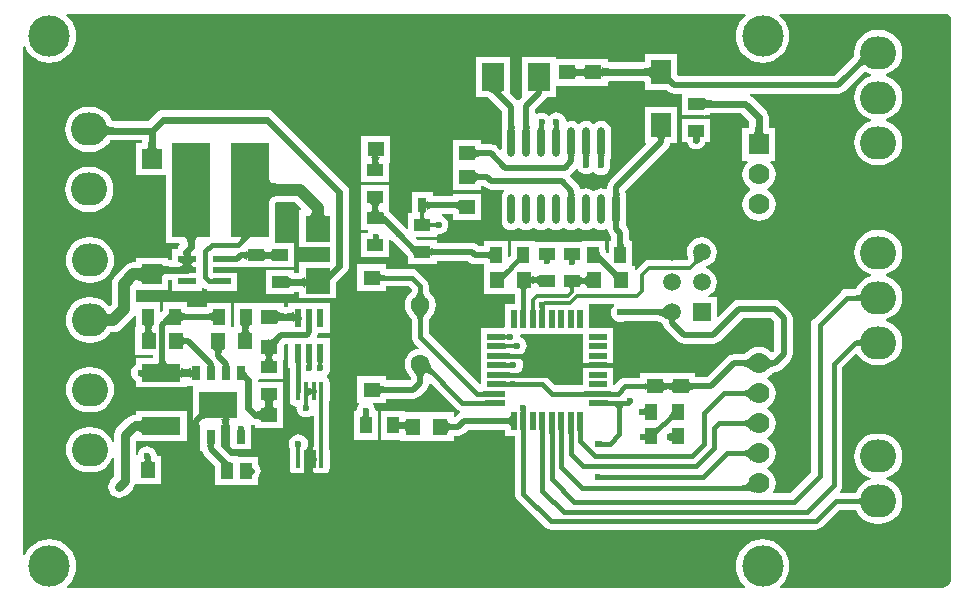
<source format=gtl>
G04*
G04 #@! TF.GenerationSoftware,Altium Limited,Altium Designer,18.1.6 (161)*
G04*
G04 Layer_Physical_Order=1*
G04 Layer_Color=255*
%FSTAX24Y24*%
%MOIN*%
G70*
G01*
G75*
%ADD22R,0.0551X0.0472*%
%ADD23R,0.0394X0.0550*%
%ADD24R,0.0550X0.0394*%
%ADD25R,0.0500X0.0550*%
%ADD26R,0.0217X0.0591*%
%ADD27R,0.0591X0.0217*%
%ADD28R,0.0669X0.0787*%
%ADD29O,0.0250X0.1000*%
%ADD30R,0.0748X0.0945*%
%ADD31R,0.0315X0.0472*%
%ADD32R,0.0550X0.0500*%
%ADD33R,0.0669X0.0669*%
%ADD34R,0.1299X0.3150*%
%ADD35R,0.0591X0.0236*%
%ADD36R,0.0835X0.0858*%
%ADD37R,0.0236X0.0591*%
G04:AMPARAMS|DCode=38|XSize=61.4mil|YSize=15.7mil|CornerRadius=2mil|HoleSize=0mil|Usage=FLASHONLY|Rotation=270.000|XOffset=0mil|YOffset=0mil|HoleType=Round|Shape=RoundedRectangle|*
%AMROUNDEDRECTD38*
21,1,0.0614,0.0118,0,0,270.0*
21,1,0.0575,0.0157,0,0,270.0*
1,1,0.0039,-0.0059,-0.0287*
1,1,0.0039,-0.0059,0.0287*
1,1,0.0039,0.0059,0.0287*
1,1,0.0039,0.0059,-0.0287*
%
%ADD38ROUNDEDRECTD38*%
%ADD39R,0.1260X0.0906*%
%ADD40R,0.0276X0.0512*%
%ADD41R,0.1299X0.0591*%
%ADD42R,0.0472X0.0551*%
%ADD73C,0.0236*%
%ADD74C,0.0118*%
%ADD75C,0.0197*%
%ADD76C,0.0315*%
%ADD77C,0.0157*%
%ADD78C,0.0394*%
%ADD79O,0.1200X0.1100*%
%ADD80R,0.0591X0.0591*%
%ADD81C,0.0591*%
%ADD82C,0.0630*%
%ADD83R,0.0700X0.0700*%
%ADD84C,0.0700*%
%ADD85C,0.0315*%
%ADD86C,0.0236*%
%ADD87C,0.1378*%
G36*
X041492Y048597D02*
X041565Y048549D01*
X041613Y048476D01*
X041629Y048395D01*
X041629Y04839D01*
Y048214D01*
Y029766D01*
X041628D01*
X041619Y029693D01*
X04159Y029624D01*
X041545Y029566D01*
X041487Y029521D01*
X041418Y029492D01*
X041345Y029483D01*
Y029482D01*
X035919D01*
X035902Y029529D01*
X035962Y029578D01*
X036073Y029714D01*
X036155Y029868D01*
X036206Y030036D01*
X036223Y03021D01*
X036206Y030384D01*
X036155Y030552D01*
X036073Y030706D01*
X035962Y030842D01*
X035826Y030953D01*
X035672Y031035D01*
X035504Y031086D01*
X03533Y031103D01*
X035156Y031086D01*
X034988Y031035D01*
X034834Y030953D01*
X034698Y030842D01*
X034587Y030706D01*
X034505Y030552D01*
X034454Y030384D01*
X034437Y03021D01*
X034454Y030036D01*
X034505Y029868D01*
X034587Y029714D01*
X034698Y029578D01*
X034758Y029529D01*
X034741Y029482D01*
X012149D01*
X012132Y029529D01*
X012192Y029578D01*
X012303Y029714D01*
X012385Y029868D01*
X012436Y030036D01*
X012453Y03021D01*
X012436Y030384D01*
X012385Y030552D01*
X012303Y030706D01*
X012192Y030842D01*
X012056Y030953D01*
X011902Y031035D01*
X011734Y031086D01*
X01156Y031103D01*
X011386Y031086D01*
X011218Y031035D01*
X011064Y030953D01*
X010928Y030842D01*
X010817Y030706D01*
X010737Y030557D01*
X010736Y030557D01*
X010687Y030582D01*
Y047498D01*
X010736Y047523D01*
X010737Y047523D01*
X010817Y047374D01*
X010928Y047238D01*
X011064Y047127D01*
X011218Y047045D01*
X011386Y046994D01*
X01156Y046977D01*
X011734Y046994D01*
X011902Y047045D01*
X012056Y047127D01*
X012192Y047238D01*
X012303Y047374D01*
X012385Y047528D01*
X012436Y047696D01*
X012453Y04787D01*
X012436Y048044D01*
X012385Y048212D01*
X012303Y048366D01*
X012192Y048502D01*
X012114Y048566D01*
X012131Y048613D01*
X034759D01*
X034776Y048566D01*
X034698Y048502D01*
X034587Y048366D01*
X034505Y048212D01*
X034454Y048044D01*
X034437Y04787D01*
X034454Y047696D01*
X034505Y047528D01*
X034587Y047374D01*
X034698Y047238D01*
X034834Y047127D01*
X034988Y047045D01*
X035156Y046994D01*
X03533Y046977D01*
X035504Y046994D01*
X035672Y047045D01*
X035826Y047127D01*
X035962Y047238D01*
X036073Y047374D01*
X036155Y047528D01*
X036206Y047696D01*
X036223Y04787D01*
X036206Y048044D01*
X036155Y048212D01*
X036073Y048366D01*
X035962Y048502D01*
X035884Y048566D01*
X035901Y048613D01*
X041406D01*
X041411Y048613D01*
X041492Y048597D01*
D02*
G37*
%LPC*%
G36*
X03924Y048074D02*
X03914D01*
X038993Y048059D01*
X038852Y048016D01*
X038721Y047947D01*
X038607Y047853D01*
X038513Y047739D01*
X038444Y047608D01*
X038401Y047467D01*
X038386Y04732D01*
X038392Y047267D01*
X038391Y047265D01*
X038392Y04726D01*
X038393Y047251D01*
X038392Y047243D01*
X038395Y047234D01*
X038396Y047224D01*
X038393Y04722D01*
X038356Y047175D01*
X038331Y047149D01*
X038328Y047144D01*
X037735Y046551D01*
X032506D01*
X032498Y04656D01*
X032485Y046575D01*
Y04727D01*
X031415D01*
Y046999D01*
X031414Y046999D01*
X031375Y046998D01*
X03137Y046997D01*
X03021D01*
X030205Y046998D01*
X030166Y046999D01*
Y047092D01*
X029978D01*
X029964Y047095D01*
X029951Y047092D01*
X029938Y047093D01*
X029935Y047092D01*
X028454D01*
Y047172D01*
X027306D01*
Y045828D01*
X027306Y045828D01*
X027306D01*
X027276Y045792D01*
X027247Y045763D01*
X027218Y045725D01*
X027209Y045721D01*
X027159Y045719D01*
X027155Y045721D01*
X026914Y045962D01*
Y047172D01*
X025766D01*
Y045828D01*
X026128D01*
X026133Y045826D01*
X02615Y045825D01*
X026158Y045824D01*
X026167Y045822D01*
X026177Y045818D01*
X02619Y045813D01*
X026204Y045805D01*
X02622Y045794D01*
X026238Y045781D01*
X026257Y045765D01*
X026281Y045742D01*
X026286Y045739D01*
X026659Y045365D01*
Y044994D01*
X026658Y044987D01*
X026655Y044842D01*
X026654Y044823D01*
X026643Y044797D01*
X026632Y044712D01*
Y044099D01*
X026586Y04408D01*
X026493Y044173D01*
X02643Y044221D01*
X026358Y044251D01*
X02628Y044261D01*
X025962D01*
X025957Y044262D01*
X025956Y044262D01*
Y044396D01*
X025004D01*
Y043524D01*
Y042745D01*
X025956D01*
Y042879D01*
X025957Y042879D01*
X025962Y04288D01*
X026024D01*
X026067Y042837D01*
X02613Y042789D01*
X026202Y042759D01*
X02628Y042749D01*
X026714D01*
X026731Y042699D01*
X026728Y042697D01*
X026676Y042629D01*
X026643Y04255D01*
X026632Y042465D01*
Y041715D01*
X026643Y04163D01*
X026676Y041551D01*
X026728Y041483D01*
X026796Y041431D01*
X026875Y041398D01*
X02696Y041387D01*
X027045Y041398D01*
X027124Y041431D01*
X027192Y041483D01*
X027228D01*
X027296Y041431D01*
X027375Y041398D01*
X02746Y041387D01*
X027545Y041398D01*
X027624Y041431D01*
X027692Y041483D01*
X027728D01*
X027796Y041431D01*
X027875Y041398D01*
X02796Y041387D01*
X028045Y041398D01*
X028124Y041431D01*
X028192Y041483D01*
X028228D01*
X028296Y041431D01*
X028375Y041398D01*
X02846Y041387D01*
X028545Y041398D01*
X028624Y041431D01*
X028692Y041483D01*
X028728D01*
X028796Y041431D01*
X028875Y041398D01*
X02896Y041387D01*
X029045Y041398D01*
X029124Y041431D01*
X029192Y041483D01*
X029228D01*
X029296Y041431D01*
X029375Y041398D01*
X02946Y041387D01*
X029545Y041398D01*
X029624Y041431D01*
X029692Y041483D01*
X029728D01*
X029796Y041431D01*
X029875Y041398D01*
X02996Y041387D01*
X030045Y041398D01*
X03011Y041425D01*
X030131Y041422D01*
X030144Y041415D01*
X030164Y041399D01*
X030169Y041362D01*
X030199Y04129D01*
X030247Y041227D01*
X030294Y04118D01*
Y041105D01*
X030285Y041083D01*
X03028Y04104D01*
X030198D01*
Y040661D01*
X030175Y040646D01*
X030148Y040641D01*
X030139Y040653D01*
X030126Y04067D01*
X030115Y040686D01*
X030107Y0407D01*
X030102Y040713D01*
X030098Y040724D01*
X030096Y040733D01*
X030094Y040741D01*
X030093Y040758D01*
X030092Y040763D01*
Y04104D01*
X029298D01*
Y041007D01*
X027757D01*
Y04104D01*
X026963D01*
Y04061D01*
X026962Y040606D01*
X026963Y040598D01*
Y04059D01*
X026962Y040581D01*
X026963Y040576D01*
Y040576D01*
X026963Y040575D01*
X026929Y040535D01*
X026907Y040512D01*
X026886Y040512D01*
X026886Y040512D01*
X026857Y040524D01*
Y04104D01*
X026063D01*
Y040867D01*
X026062Y040867D01*
X026057Y040866D01*
X02587D01*
X025843Y040893D01*
X025781Y040941D01*
X025708Y040971D01*
X02563Y040981D01*
X024472D01*
X024466Y040982D01*
X024465Y040982D01*
Y041077D01*
X024277D01*
X024264Y04108D01*
X024253Y041077D01*
X024242Y041078D01*
X024237Y041077D01*
X023879D01*
X02387Y041078D01*
X023863Y041077D01*
X023829D01*
X023778Y041121D01*
X023765Y041133D01*
X023786Y041183D01*
X024465D01*
Y04123D01*
X024503Y041263D01*
X02453Y041259D01*
X024613Y04127D01*
X02469Y041302D01*
X024757Y041353D01*
X024808Y04142D01*
X02484Y041497D01*
X024851Y04158D01*
X02484Y041663D01*
X024808Y04174D01*
X024757Y041807D01*
X02469Y041858D01*
X024634Y041881D01*
X024644Y041931D01*
X024998D01*
X025003Y04193D01*
X025004Y04193D01*
Y041745D01*
X025956D01*
Y042617D01*
X025234D01*
X02523Y042619D01*
X025218Y042618D01*
X025206Y04262D01*
X025192Y042617D01*
X025004D01*
Y042534D01*
X025004Y042534D01*
X024998Y042533D01*
X024354D01*
X024348Y042534D01*
X024347Y042534D01*
Y042668D01*
X023633D01*
Y041977D01*
X023515D01*
Y041464D01*
X023465Y041447D01*
X023427Y041497D01*
X02336Y041548D01*
X023339Y041557D01*
X023053Y041843D01*
X02305Y041848D01*
X022978Y041922D01*
X022928Y041981D01*
X022912Y042002D01*
X0229Y04202D01*
X022895Y042028D01*
Y042887D01*
X021945D01*
Y042093D01*
Y041403D01*
X022164D01*
X022186Y041358D01*
X022172Y04134D01*
X022154Y041297D01*
X021945D01*
Y040503D01*
X022895D01*
Y041063D01*
X022945Y04108D01*
X022973Y041043D01*
X02304Y040992D01*
X023061Y040983D01*
X023422Y040622D01*
X023424Y040619D01*
X023427Y040617D01*
X023429Y040613D01*
X023452Y040589D01*
X023469Y04057D01*
X023482Y040553D01*
X023492Y040537D01*
X0235Y040523D01*
X023505Y040512D01*
X023509Y040502D01*
X023511Y040495D01*
X023512Y040489D01*
X023513Y040473D01*
X023515Y040464D01*
Y040283D01*
X023704D01*
X023718Y04028D01*
X023723Y040281D01*
X023727Y040281D01*
X023737Y040283D01*
X024237D01*
X024242Y040282D01*
X024253Y040283D01*
X024264Y04028D01*
X024277Y040283D01*
X024465D01*
Y040378D01*
X024466Y040378D01*
X024472Y040379D01*
X025505D01*
X025532Y040352D01*
X025594Y040304D01*
X025667Y040274D01*
X025745Y040264D01*
X026038D01*
X02604Y040215D01*
X02604D01*
Y039265D01*
X027081D01*
Y038926D01*
X026739D01*
Y038198D01*
X026725Y038149D01*
X026722Y038148D01*
X025962D01*
Y037532D01*
Y037253D01*
X025962Y037217D01*
X025962D01*
Y037203D01*
X025962D01*
Y036587D01*
X025962D01*
Y036573D01*
X025962D01*
Y036266D01*
X025912Y036246D01*
X024201Y037957D01*
Y038384D01*
X024202Y038389D01*
X024203Y038404D01*
X024204Y03841D01*
X024206Y038417D01*
X024209Y038426D01*
X024215Y038437D01*
X024222Y038451D01*
X024231Y038464D01*
X024265Y038505D01*
X024284Y038524D01*
X024287Y038527D01*
X02437Y038634D01*
X024421Y038759D01*
X024439Y038894D01*
X024421Y039028D01*
X02437Y039154D01*
X024287Y039261D01*
X024284Y039264D01*
X024263Y039285D01*
X024246Y039304D01*
X024233Y039321D01*
X024222Y039337D01*
X024215Y03935D01*
X024209Y039362D01*
X024206Y039371D01*
X024204Y039378D01*
X024203Y039384D01*
X024202Y039399D01*
X024201Y039404D01*
Y03955D01*
X024191Y039623D01*
X024163Y039691D01*
X024119Y039749D01*
X024119Y039749D01*
X023849Y040019D01*
X023791Y040063D01*
X023723Y040092D01*
X02365Y040101D01*
X02365Y040101D01*
X022776D01*
Y040256D01*
X021824D01*
Y039384D01*
X022776D01*
Y039539D01*
X023534D01*
X023639Y039434D01*
Y039404D01*
X023637Y039399D01*
X023637Y039384D01*
X023636Y039378D01*
X023634Y039371D01*
X02363Y039362D01*
X023625Y03935D01*
X023617Y039337D01*
X023608Y039324D01*
X023574Y039283D01*
X023556Y039264D01*
X023552Y039261D01*
X02347Y039154D01*
X023418Y039028D01*
X0234Y038894D01*
X023418Y038759D01*
X02347Y038634D01*
X023552Y038527D01*
X023556Y038524D01*
X023576Y038503D01*
X023593Y038484D01*
X023606Y038466D01*
X023617Y038451D01*
X023625Y038437D01*
X02363Y038426D01*
X023634Y038417D01*
X023636Y03841D01*
X023637Y038404D01*
X023637Y038389D01*
X023639Y038384D01*
Y03784D01*
X023639Y03784D01*
X023648Y037768D01*
X023676Y0377D01*
X023721Y037641D01*
X023878Y037484D01*
X023862Y037437D01*
X023785Y037427D01*
X02366Y037375D01*
X023552Y037293D01*
X02347Y037185D01*
X023418Y03706D01*
X0234Y036925D01*
X023418Y036791D01*
X02347Y036666D01*
X023552Y036558D01*
X023555Y036556D01*
X023571Y03654D01*
X023583Y036526D01*
X023592Y036513D01*
X0236Y0365D01*
X023606Y036489D01*
X02361Y036478D01*
X023613Y036468D01*
X023615Y036458D01*
X023617Y036448D01*
X023617Y036433D01*
X023571Y036387D01*
X022782D01*
X022777Y036388D01*
X022776Y036388D01*
Y036522D01*
X021824D01*
Y035649D01*
X021869D01*
X021886Y035599D01*
X021883Y035597D01*
X021832Y03553D01*
X0218Y035453D01*
X021789Y03537D01*
X021785Y035365D01*
X021703D01*
Y034415D01*
X022497D01*
Y035365D01*
X022435D01*
X022431Y03537D01*
X02242Y035453D01*
X022388Y03553D01*
X022337Y035597D01*
X022334Y035599D01*
X022351Y035649D01*
X022776D01*
Y035783D01*
X022777Y035783D01*
X022782Y035785D01*
X023696D01*
X023773Y035795D01*
X023846Y035825D01*
X023908Y035873D01*
X024133Y036097D01*
X02418Y036159D01*
X02421Y036232D01*
X024216Y036275D01*
X024269Y036293D01*
X025126Y035436D01*
X025184Y035392D01*
X025248Y035365D01*
X025252Y035352D01*
X025253Y035313D01*
X025234Y035305D01*
X025172Y035257D01*
X02508Y035166D01*
X02503Y035186D01*
Y035325D01*
X023397D01*
Y035365D01*
X022603D01*
Y034415D01*
X02323D01*
Y034375D01*
X02503D01*
Y034548D01*
X025031Y034548D01*
X025037Y034549D01*
X02519D01*
X025268Y034559D01*
X02534Y034589D01*
X025403Y034637D01*
X025509Y034744D01*
X026733D01*
X026738Y034742D01*
X026739Y034742D01*
Y034549D01*
X027081D01*
Y032607D01*
X027081Y032607D01*
X027091Y032535D01*
X027119Y032467D01*
X027164Y032409D01*
X028071Y031501D01*
X028071Y031501D01*
X028129Y031457D01*
X028197Y031428D01*
X02827Y031419D01*
X02827Y031419D01*
X03711D01*
X03711Y031419D01*
X037183Y031428D01*
X037251Y031457D01*
X037309Y031501D01*
X037891Y032084D01*
X038427D01*
X038433Y032082D01*
X038442Y032082D01*
X038444Y032077D01*
X038513Y031946D01*
X038607Y031832D01*
X038721Y031738D01*
X038852Y031669D01*
X038993Y031626D01*
X03914Y031611D01*
X03924D01*
X039387Y031626D01*
X039528Y031669D01*
X039659Y031738D01*
X039773Y031832D01*
X039867Y031946D01*
X039936Y032077D01*
X039979Y032218D01*
X039994Y032365D01*
X039979Y032512D01*
X039936Y032653D01*
X039867Y032784D01*
X039773Y032898D01*
X039659Y032992D01*
X039528Y033061D01*
X039437Y033089D01*
Y033141D01*
X039528Y033169D01*
X039659Y033238D01*
X039773Y033332D01*
X039867Y033446D01*
X039936Y033577D01*
X039979Y033718D01*
X039994Y033865D01*
X039979Y034012D01*
X039936Y034153D01*
X039867Y034284D01*
X039773Y034398D01*
X039659Y034492D01*
X039528Y034561D01*
X039387Y034604D01*
X03924Y034619D01*
X03914D01*
X038993Y034604D01*
X038852Y034561D01*
X038721Y034492D01*
X038607Y034398D01*
X038513Y034284D01*
X038444Y034153D01*
X038401Y034012D01*
X038386Y033865D01*
X038401Y033718D01*
X038444Y033577D01*
X038513Y033446D01*
X038607Y033332D01*
X038721Y033238D01*
X038852Y033169D01*
X038943Y033141D01*
Y033089D01*
X038852Y033061D01*
X038721Y032992D01*
X038607Y032898D01*
X038513Y032784D01*
X038444Y032653D01*
X038442Y032648D01*
X038433Y032648D01*
X038427Y032646D01*
X037927D01*
X037919Y032667D01*
X037913Y032696D01*
X037953Y032749D01*
X037982Y032817D01*
X037991Y03289D01*
X037991Y03289D01*
Y036824D01*
X038444Y037276D01*
X038493Y037269D01*
X038513Y037231D01*
X038607Y037117D01*
X038721Y037023D01*
X038852Y036954D01*
X038993Y036911D01*
X03914Y036896D01*
X03924D01*
X039387Y036911D01*
X039528Y036954D01*
X039659Y037023D01*
X039773Y037117D01*
X039867Y037231D01*
X039936Y037362D01*
X039979Y037503D01*
X039994Y03765D01*
X039979Y037797D01*
X039936Y037938D01*
X039867Y038069D01*
X039773Y038183D01*
X039659Y038277D01*
X039528Y038346D01*
X039437Y038374D01*
Y038426D01*
X039528Y038454D01*
X039659Y038523D01*
X039773Y038617D01*
X039867Y038731D01*
X039936Y038862D01*
X039979Y039003D01*
X039994Y03915D01*
X039979Y039297D01*
X039936Y039438D01*
X039867Y039569D01*
X039773Y039683D01*
X039659Y039777D01*
X039528Y039846D01*
X039437Y039874D01*
Y039926D01*
X039528Y039954D01*
X039659Y040023D01*
X039773Y040117D01*
X039867Y040231D01*
X039936Y040362D01*
X039979Y040503D01*
X039994Y04065D01*
X039979Y040797D01*
X039936Y040938D01*
X039867Y041069D01*
X039773Y041183D01*
X039659Y041277D01*
X039528Y041346D01*
X039387Y041389D01*
X03924Y041404D01*
X03914D01*
X038993Y041389D01*
X038852Y041346D01*
X038721Y041277D01*
X038607Y041183D01*
X038513Y041069D01*
X038444Y040938D01*
X038401Y040797D01*
X038386Y04065D01*
X038401Y040503D01*
X038444Y040362D01*
X038513Y040231D01*
X038607Y040117D01*
X038721Y040023D01*
X038852Y039954D01*
X038943Y039926D01*
Y039874D01*
X038852Y039846D01*
X038721Y039777D01*
X038607Y039683D01*
X038513Y039569D01*
X038444Y039438D01*
X038442Y039433D01*
X038433Y039433D01*
X038427Y039431D01*
X03813D01*
X03813Y039431D01*
X038057Y039422D01*
X037989Y039393D01*
X037931Y039349D01*
X037931Y039349D01*
X037031Y038449D01*
X036987Y038391D01*
X036958Y038323D01*
X036949Y03825D01*
X036949Y03825D01*
Y033316D01*
X036254Y032621D01*
X0357D01*
X035678Y032666D01*
X03569Y032683D01*
X035746Y032816D01*
X035765Y03296D01*
X035746Y033104D01*
X03569Y033237D01*
X035602Y033352D01*
X0355Y033431D01*
X035496Y033447D01*
Y033473D01*
X0355Y033489D01*
X035602Y033568D01*
X03569Y033683D01*
X035746Y033816D01*
X035765Y03396D01*
X035746Y034104D01*
X03569Y034237D01*
X035602Y034352D01*
X0355Y034431D01*
X035496Y034447D01*
Y034473D01*
X0355Y034489D01*
X035602Y034568D01*
X03569Y034683D01*
X035746Y034816D01*
X035765Y03496D01*
X035746Y035104D01*
X03569Y035237D01*
X035602Y035352D01*
X0355Y035431D01*
X035496Y035447D01*
Y035473D01*
X0355Y035489D01*
X035602Y035568D01*
X03569Y035683D01*
X035746Y035816D01*
X035765Y03596D01*
X035746Y036104D01*
X03569Y036237D01*
X035602Y036352D01*
X0355Y036431D01*
X035496Y036447D01*
Y036473D01*
X0355Y036489D01*
X035602Y036568D01*
X035638Y036615D01*
X035643Y036617D01*
X03565Y036628D01*
X03566Y036637D01*
X035667Y036647D01*
X035667Y036647D01*
X035668Y036647D01*
X035669Y036648D01*
X035672Y036649D01*
X035677Y036651D01*
X035685Y036653D01*
X035697Y036655D01*
X035712Y036657D01*
X035736Y036658D01*
X035757Y036663D01*
X035808Y036669D01*
X03588Y036699D01*
X035943Y036747D01*
X036243Y037047D01*
X036291Y037109D01*
X036321Y037182D01*
X036331Y03726D01*
Y03847D01*
X036321Y038548D01*
X036291Y038621D01*
X036243Y038683D01*
X035943Y038983D01*
X03588Y039031D01*
X035808Y039061D01*
X03573Y039071D01*
X03454D01*
X034462Y039061D01*
X03439Y039031D01*
X034327Y038983D01*
X033851Y038507D01*
X033805Y038526D01*
Y039155D01*
X033516D01*
X033506Y039205D01*
X03356Y039227D01*
X033663Y039307D01*
X033743Y03941D01*
X033793Y039531D01*
X03381Y03966D01*
X033793Y039789D01*
X033743Y03991D01*
X033663Y040013D01*
X03356Y040093D01*
X033463Y040133D01*
X033458Y040152D01*
X03346Y04018D01*
X033462Y040187D01*
X03356Y040227D01*
X033663Y040307D01*
X033743Y04041D01*
X033793Y040531D01*
X03381Y04066D01*
X033793Y040789D01*
X033743Y04091D01*
X033663Y041013D01*
X03356Y041093D01*
X033439Y041143D01*
X03331Y04116D01*
X033181Y041143D01*
X03306Y041093D01*
X032957Y041013D01*
X032877Y04091D01*
X032827Y040789D01*
X03281Y04066D01*
X032827Y040531D01*
X032831Y040522D01*
X032832Y040518D01*
X032839Y04049D01*
X032843Y040472D01*
X032845Y040459D01*
X032845Y040449D01*
X032845Y040446D01*
X032841Y040443D01*
X032839Y040439D01*
X032812Y040411D01*
X03156D01*
X031492Y040402D01*
X031429Y040376D01*
X031375Y040335D01*
X031125Y040085D01*
X03112Y040078D01*
X03107Y040095D01*
Y040215D01*
X030992D01*
Y04104D01*
X030911D01*
X030905Y041083D01*
X030896Y041105D01*
Y041305D01*
X030886Y041383D01*
X030856Y041455D01*
X030808Y041518D01*
X030764Y041561D01*
X030765Y041585D01*
X030766Y041604D01*
X030777Y04163D01*
X030788Y041715D01*
Y042465D01*
X030777Y04255D01*
X030771Y042565D01*
X030763Y042718D01*
X032163Y044117D01*
X032211Y04418D01*
X032241Y044252D01*
X032248Y044304D01*
X032249Y044311D01*
X032485D01*
Y045498D01*
X031415D01*
Y044311D01*
X03144D01*
X031459Y044265D01*
X030247Y043053D01*
X030199Y04299D01*
X030169Y042918D01*
X030159Y04284D01*
Y042785D01*
X030148Y042774D01*
X030109Y042755D01*
X030045Y042782D01*
X02996Y042793D01*
X029875Y042782D01*
X029796Y042749D01*
X029728Y042697D01*
X029692D01*
X029624Y042749D01*
X029545Y042782D01*
X02946Y042793D01*
X029375Y042782D01*
X029308Y042754D01*
X029304Y042753D01*
X029273Y042765D01*
X029253Y042779D01*
X029251Y042798D01*
X029221Y04287D01*
X029173Y042933D01*
X028911Y043195D01*
X028914Y043244D01*
X028944Y043267D01*
X029125Y043448D01*
X029174Y043439D01*
X029182Y04342D01*
X029233Y043353D01*
X0293Y043302D01*
X029377Y04327D01*
X02946Y043259D01*
X029543Y04327D01*
X02962Y043302D01*
X029654Y043328D01*
X029713Y043333D01*
X029727Y043323D01*
X02978Y043282D01*
X029857Y04325D01*
X02994Y043239D01*
X030023Y04325D01*
X0301Y043282D01*
X030167Y043333D01*
X030218Y0434D01*
X03025Y043477D01*
X030261Y04356D01*
X03026Y043569D01*
X030261Y04358D01*
Y043681D01*
X030262Y043687D01*
X030265Y043833D01*
X030266Y043852D01*
X030277Y043877D01*
X030288Y043962D01*
Y044712D01*
X030277Y044797D01*
X030244Y044876D01*
X030192Y044944D01*
X030124Y044996D01*
X030045Y045029D01*
X02996Y04504D01*
X029875Y045029D01*
X029796Y044996D01*
X029728Y044944D01*
X029692D01*
X029624Y044996D01*
X029545Y045029D01*
X02946Y04504D01*
X029375Y045029D01*
X029296Y044996D01*
X029228Y044944D01*
X029192D01*
X029124Y044996D01*
X029045Y045029D01*
X02896Y04504D01*
X028875Y045029D01*
X02883Y04501D01*
X028775Y045041D01*
X02877Y045083D01*
X028738Y04516D01*
X028687Y045227D01*
X02862Y045278D01*
X028543Y04531D01*
X02846Y045321D01*
X028377Y04531D01*
X0283Y045278D01*
X028233Y045227D01*
X028225Y045217D01*
X028197D01*
X02813Y045268D01*
X028053Y0453D01*
X02797Y045311D01*
X027887Y0453D01*
X02781Y045268D01*
X027806Y045265D01*
X027761Y045287D01*
Y045425D01*
X028093Y045757D01*
X028141Y04582D01*
X028144Y045828D01*
X028454D01*
Y04622D01*
X030166D01*
Y046353D01*
X030167Y046353D01*
X030206Y046354D01*
X030211Y046355D01*
X03137D01*
X031375Y046354D01*
X031414Y046353D01*
X031415Y046353D01*
Y046083D01*
X032111D01*
X032143Y046056D01*
X032164Y046035D01*
X032177Y046026D01*
X032188Y046014D01*
X0322Y046009D01*
X032226Y045989D01*
X032298Y045959D01*
X032376Y045949D01*
X032645D01*
Y045223D01*
X033361D01*
X033362Y045223D01*
X033365Y045223D01*
X03338D01*
X033394Y04522D01*
X033407Y045223D01*
X033595D01*
Y045297D01*
X033595Y045297D01*
X033634Y045298D01*
X033639Y045299D01*
X034627D01*
X034889Y045037D01*
Y044855D01*
X034888Y04485D01*
X034887Y044812D01*
X034887Y04481D01*
X03466D01*
Y04371D01*
X034815D01*
X034831Y043663D01*
X034818Y043652D01*
X03473Y043537D01*
X034674Y043404D01*
X034655Y04326D01*
X034674Y043116D01*
X03473Y042983D01*
X034818Y042868D01*
X03492Y042789D01*
X034924Y042773D01*
Y042747D01*
X03492Y042731D01*
X034818Y042652D01*
X03473Y042537D01*
X034674Y042404D01*
X034655Y04226D01*
X034674Y042116D01*
X03473Y041983D01*
X034818Y041868D01*
X034933Y04178D01*
X035066Y041724D01*
X03521Y041705D01*
X035354Y041724D01*
X035487Y04178D01*
X035602Y041868D01*
X03569Y041983D01*
X035746Y042116D01*
X035765Y04226D01*
X035746Y042404D01*
X03569Y042537D01*
X035602Y042652D01*
X0355Y042731D01*
X035496Y042747D01*
Y042773D01*
X0355Y042789D01*
X035602Y042868D01*
X03569Y042983D01*
X035746Y043116D01*
X035765Y04326D01*
X035746Y043404D01*
X03569Y043537D01*
X035602Y043652D01*
X035589Y043663D01*
X035605Y04371D01*
X03576D01*
Y04481D01*
X035533D01*
X035533Y044812D01*
X035532Y04485D01*
X035531Y044855D01*
Y04517D01*
X03552Y045253D01*
X035488Y04533D01*
X035437Y045397D01*
X035437Y045397D01*
X034987Y045847D01*
X03492Y045898D01*
X034918Y045899D01*
X034928Y045949D01*
X03786D01*
X037938Y045959D01*
X03801Y045989D01*
X038073Y046037D01*
X038715Y046679D01*
X03872Y046682D01*
X038728Y04669D01*
X038852Y046624D01*
X038943Y046596D01*
Y046544D01*
X038852Y046516D01*
X038721Y046447D01*
X038607Y046353D01*
X038513Y046239D01*
X038444Y046108D01*
X038401Y045967D01*
X038386Y04582D01*
X038401Y045673D01*
X038444Y045532D01*
X038513Y045401D01*
X038607Y045287D01*
X038721Y045193D01*
X038852Y045124D01*
X038943Y045096D01*
Y045044D01*
X038852Y045016D01*
X038721Y044947D01*
X038607Y044853D01*
X038513Y044739D01*
X038444Y044608D01*
X038401Y044467D01*
X038386Y04432D01*
X038401Y044173D01*
X038444Y044032D01*
X038513Y043901D01*
X038607Y043787D01*
X038721Y043693D01*
X038852Y043624D01*
X038993Y043581D01*
X03914Y043566D01*
X03924D01*
X039387Y043581D01*
X039528Y043624D01*
X039659Y043693D01*
X039773Y043787D01*
X039867Y043901D01*
X039936Y044032D01*
X039979Y044173D01*
X039994Y04432D01*
X039979Y044467D01*
X039936Y044608D01*
X039867Y044739D01*
X039773Y044853D01*
X039659Y044947D01*
X039528Y045016D01*
X039437Y045044D01*
Y045096D01*
X039528Y045124D01*
X039659Y045193D01*
X039773Y045287D01*
X039867Y045401D01*
X039936Y045532D01*
X039979Y045673D01*
X039994Y04582D01*
X039979Y045967D01*
X039936Y046108D01*
X039867Y046239D01*
X039773Y046353D01*
X039659Y046447D01*
X039528Y046516D01*
X039437Y046544D01*
Y046596D01*
X039528Y046624D01*
X039659Y046693D01*
X039773Y046787D01*
X039867Y046901D01*
X039936Y047032D01*
X039979Y047173D01*
X039994Y04732D01*
X039979Y047467D01*
X039936Y047608D01*
X039867Y047739D01*
X039773Y047853D01*
X039659Y047947D01*
X039528Y048016D01*
X039387Y048059D01*
X03924Y048074D01*
D02*
G37*
G36*
X033595Y045117D02*
X032645D01*
Y044323D01*
X032816D01*
X032842Y04426D01*
X032893Y044193D01*
X03296Y044142D01*
X033037Y04411D01*
X03312Y044099D01*
X033203Y04411D01*
X03328Y044142D01*
X033347Y044193D01*
X033398Y04426D01*
X033424Y044323D01*
X033595D01*
Y045117D01*
D02*
G37*
G36*
X02291Y04454D02*
X02196D01*
Y043787D01*
X021945D01*
Y042993D01*
X022895D01*
Y04364D01*
X02291D01*
Y04454D01*
D02*
G37*
G36*
X01294Y04351D02*
X01284D01*
X012693Y043495D01*
X012552Y043452D01*
X012421Y043383D01*
X012307Y043289D01*
X012213Y043175D01*
X012144Y043044D01*
X012101Y042903D01*
X012086Y042756D01*
X012101Y042609D01*
X012144Y042468D01*
X012213Y042337D01*
X012307Y042223D01*
X012421Y042129D01*
X012552Y04206D01*
X012693Y042017D01*
X01284Y042002D01*
X01294D01*
X013087Y042017D01*
X013228Y04206D01*
X013359Y042129D01*
X013473Y042223D01*
X013567Y042337D01*
X013636Y042468D01*
X013679Y042609D01*
X013694Y042756D01*
X013679Y042903D01*
X013636Y043044D01*
X013567Y043175D01*
X013473Y043289D01*
X013359Y043383D01*
X013228Y043452D01*
X013087Y043495D01*
X01294Y04351D01*
D02*
G37*
G36*
Y04551D02*
X01284D01*
X012693Y045495D01*
X012552Y045452D01*
X012421Y045383D01*
X012307Y045289D01*
X012213Y045175D01*
X012144Y045044D01*
X012101Y044903D01*
X012086Y044756D01*
X012101Y044609D01*
X012144Y044468D01*
X012213Y044337D01*
X012307Y044223D01*
X012421Y044129D01*
X012552Y04406D01*
X012693Y044017D01*
X01284Y044002D01*
X01294D01*
X013087Y044017D01*
X013228Y04406D01*
X013359Y044129D01*
X013473Y044223D01*
X013567Y044337D01*
X013584Y04437D01*
X013585Y044371D01*
X013588Y044377D01*
X013593Y044386D01*
X013596Y04439D01*
X013663Y044397D01*
X013708Y044398D01*
X013713Y044399D01*
X014659D01*
Y04435D01*
X014658Y044345D01*
X014657Y044306D01*
X014657Y044305D01*
X014445D01*
Y043235D01*
X01544D01*
Y040965D01*
X015888D01*
X015904Y040915D01*
X015862Y04086D01*
X01583Y040782D01*
X015827Y040762D01*
X015644D01*
Y040391D01*
X015561D01*
X015557Y040392D01*
X015515Y040393D01*
Y040465D01*
X015327D01*
X015313Y040467D01*
X0153Y040465D01*
X014445D01*
Y040335D01*
X014405Y040332D01*
X014357Y040331D01*
X014346Y040328D01*
X014256Y040317D01*
X01416Y040277D01*
X014077Y040213D01*
X013767Y039903D01*
X013703Y03982D01*
X013663Y039724D01*
X01365Y03962D01*
Y038936D01*
X013589Y038875D01*
X013539Y038877D01*
X013493Y038933D01*
X013379Y039027D01*
X013248Y039096D01*
X013107Y039139D01*
X01296Y039154D01*
X01286D01*
X012713Y039139D01*
X012572Y039096D01*
X012441Y039027D01*
X012327Y038933D01*
X012233Y038819D01*
X012164Y038688D01*
X012121Y038547D01*
X012106Y0384D01*
X012121Y038253D01*
X012164Y038112D01*
X012233Y037981D01*
X012327Y037867D01*
X012441Y037773D01*
X012572Y037704D01*
X012713Y037661D01*
X01286Y037646D01*
X01296D01*
X013107Y037661D01*
X013248Y037704D01*
X013379Y037773D01*
X013493Y037867D01*
X013587Y037981D01*
X013596Y038D01*
X01368D01*
X013784Y038013D01*
X01388Y038053D01*
X013963Y038117D01*
X014333Y038487D01*
X014397Y03857D01*
X014413Y03861D01*
X014463Y0386D01*
Y038273D01*
X014462Y038268D01*
X014463Y038257D01*
X01446Y038246D01*
X014463Y038233D01*
Y038175D01*
X014425D01*
Y037225D01*
X015022D01*
Y037152D01*
X015021Y037146D01*
X015021Y037145D01*
X01444D01*
Y036928D01*
X01444Y036928D01*
X014373Y036877D01*
X014322Y03681D01*
X01429Y036733D01*
X014279Y03665D01*
X01429Y036567D01*
X014322Y03649D01*
X014373Y036423D01*
X01444Y036372D01*
X01444Y036372D01*
Y036155D01*
X01614D01*
Y036197D01*
X01635D01*
Y034939D01*
X016528D01*
X016529Y034907D01*
X016592D01*
Y034031D01*
X016644D01*
X016669Y03397D01*
X016717Y033907D01*
X016978Y033646D01*
X016981Y033642D01*
X017058Y033559D01*
X017068Y033548D01*
Y033512D01*
X017066Y033505D01*
X017068Y033497D01*
Y032911D01*
X017718D01*
Y032901D01*
X018511D01*
Y033155D01*
X018558Y033215D01*
X01859Y033293D01*
X018601Y033376D01*
X01859Y033459D01*
X018558Y033536D01*
X018511Y033597D01*
Y033851D01*
X017861D01*
Y033861D01*
X01768D01*
X017671Y033863D01*
X017655Y033864D01*
X01765Y033865D01*
X017642Y033867D01*
X017633Y03387D01*
X017621Y033876D01*
X017607Y033883D01*
X017594Y033892D01*
X017553Y033925D01*
X017531Y033946D01*
X017528Y033949D01*
X017525Y033952D01*
X017522Y033954D01*
X017268Y034208D01*
Y034907D01*
X017331D01*
X017331Y034919D01*
X017331Y034949D01*
X017328Y034983D01*
X017323Y035013D01*
X017316Y035038D01*
X017307Y03506D01*
X017296Y035078D01*
X017283Y035092D01*
X017269Y035102D01*
X017252Y035108D01*
X017233Y03511D01*
X017627D01*
X017608Y035108D01*
X017591Y035102D01*
X017577Y035092D01*
X017564Y035078D01*
X017553Y03506D01*
X017544Y035038D01*
X017537Y035013D01*
X017532Y034983D01*
X017529Y034949D01*
X017529Y034919D01*
X017529Y034907D01*
X017592D01*
Y034031D01*
X018268D01*
Y034891D01*
X018293Y034914D01*
X018318Y034925D01*
X018326Y034921D01*
X018386Y034913D01*
X018404Y034909D01*
Y034795D01*
X019356D01*
Y035667D01*
X019355D01*
Y036347D01*
X018501D01*
Y036403D01*
X018499Y036416D01*
X018532Y036453D01*
X019355D01*
Y037084D01*
X019366D01*
Y037504D01*
X019367Y037511D01*
X019366Y037519D01*
Y037559D01*
X019414Y037615D01*
X019418Y037619D01*
X019527D01*
Y037038D01*
X019527Y037038D01*
X019527Y037034D01*
Y037019D01*
X019524Y037005D01*
X019527Y036992D01*
Y036804D01*
X019577D01*
Y036321D01*
X019575Y036311D01*
Y035736D01*
X019592Y035651D01*
X019641Y035578D01*
X019713Y03553D01*
X019798Y035513D01*
X019793Y03548D01*
X019804Y035397D01*
X019836Y03532D01*
X019887Y035253D01*
X019954Y035202D01*
X020031Y03517D01*
X020114Y035159D01*
X020197Y03517D01*
X020275Y035202D01*
X020315Y035233D01*
X020365Y035208D01*
Y034193D01*
X020363Y034186D01*
X020362Y034132D01*
X02036Y034129D01*
X020343Y034044D01*
Y033835D01*
X020351Y033835D01*
Y033677D01*
X020343Y033677D01*
Y033469D01*
X02036Y033383D01*
X020408Y03331D01*
X020481Y033262D01*
X020567Y033245D01*
X020685D01*
X020771Y033262D01*
X020843Y03331D01*
X020892Y033383D01*
X020909Y033469D01*
Y034044D01*
X020892Y034129D01*
X020891Y03413D01*
X020889Y034166D01*
X020889Y034183D01*
X020887Y034191D01*
Y035644D01*
X020892Y035651D01*
X020909Y035736D01*
Y036311D01*
X020892Y036397D01*
X020843Y03647D01*
X020812Y036491D01*
X02081Y036552D01*
X02082Y03656D01*
X020871Y036627D01*
X020903Y036704D01*
X020914Y036787D01*
X020911Y036808D01*
Y036992D01*
X020914Y037005D01*
X020912Y037016D01*
X020913Y037027D01*
X020911Y037032D01*
Y037795D01*
X020495D01*
X020473Y03784D01*
X02048Y037848D01*
X02051Y037921D01*
X020517Y037975D01*
X020519Y037985D01*
X020911D01*
Y038976D01*
X019527D01*
Y038843D01*
X019525Y038843D01*
X019486Y038842D01*
X019482Y038841D01*
X01939D01*
X019385Y038842D01*
X019366Y038842D01*
Y038956D01*
X018502D01*
Y038985D01*
X017708D01*
Y038265D01*
X017707Y038262D01*
X017708Y038249D01*
X017705Y038236D01*
X017708Y038222D01*
Y038175D01*
X017602D01*
Y038985D01*
X016808D01*
Y038822D01*
X016807Y038822D01*
X016802Y038821D01*
X016163D01*
X016158Y038822D01*
X016157Y038822D01*
Y038995D01*
X015363D01*
Y038782D01*
X015362Y038778D01*
X015361Y038763D01*
X01536Y038759D01*
X015356Y038748D01*
X015349Y038732D01*
X015338Y038712D01*
X015322Y038687D01*
X015307Y038667D01*
X015288Y038667D01*
X015257Y038678D01*
Y038995D01*
X0145D01*
X014463Y038995D01*
X01445Y03904D01*
Y039395D01*
X015515D01*
Y039747D01*
X015516Y039747D01*
X015555Y039748D01*
X01556Y039749D01*
X015644D01*
Y039378D01*
X016635D01*
Y039492D01*
X016681Y039511D01*
X016695Y039497D01*
X016695Y039497D01*
X016753Y039453D01*
X016821Y039424D01*
X016825Y039424D01*
Y039378D01*
X017013D01*
X017026Y039375D01*
X01704Y039378D01*
X017816D01*
Y040014D01*
X017811D01*
Y039972D01*
X017774Y039971D01*
X017632Y039963D01*
X017622Y03996D01*
X017617Y039957D01*
X017615Y039953D01*
Y040014D01*
X017041D01*
Y040126D01*
X017587D01*
X017591Y040125D01*
X017603Y040126D01*
X017615Y040123D01*
Y040187D01*
X017617Y040183D01*
X017622Y04018D01*
X017632Y040177D01*
X017646Y040175D01*
X017664Y040173D01*
X017741Y040169D01*
X017811Y040168D01*
Y040126D01*
X017816D01*
Y040142D01*
X017828Y040145D01*
X017892Y040153D01*
X01794Y040173D01*
X017955Y040163D01*
Y040163D01*
X018143D01*
X018156Y04016D01*
X018167Y040163D01*
X018178Y040162D01*
X018183Y040163D01*
X018677D01*
X018682Y040162D01*
X018693Y040163D01*
X018704Y04016D01*
X018717Y040163D01*
X018905D01*
Y040163D01*
X018963D01*
X018976Y04016D01*
X018987Y040163D01*
X018998Y040162D01*
X019003Y040163D01*
X019725D01*
Y040957D01*
X019136D01*
X01909Y040965D01*
Y042316D01*
X019095Y042318D01*
X019125Y042326D01*
X019166Y042333D01*
X019219Y042337D01*
X019287Y042339D01*
X019289Y04234D01*
X019744D01*
X019957Y042127D01*
X019937Y042081D01*
X019883D01*
Y040823D01*
X020899D01*
Y040353D01*
X020883Y040337D01*
X019883D01*
Y039983D01*
X019881Y039983D01*
X019842Y039982D01*
X019837Y039981D01*
X019772D01*
X019767Y039982D01*
X019725Y039983D01*
Y040057D01*
X019537D01*
X019524Y04006D01*
X01951Y040057D01*
X019495D01*
X019492Y040057D01*
X019491Y040057D01*
X018775D01*
Y039263D01*
X019491D01*
X019492Y039263D01*
X019495Y039263D01*
X01951D01*
X019524Y03926D01*
X019537Y039263D01*
X019725D01*
Y039337D01*
X019725Y039337D01*
X019764Y039338D01*
X019769Y039339D01*
X019837D01*
X019842Y039338D01*
X019881Y039337D01*
X019883Y039337D01*
Y039079D01*
X021117D01*
Y039664D01*
X021447Y039993D01*
X021498Y04006D01*
X02153Y040137D01*
X021541Y04022D01*
Y04268D01*
X021541Y04268D01*
X02153Y042763D01*
X021498Y04284D01*
X021447Y042907D01*
X021447Y042907D01*
X019047Y045307D01*
X01898Y045358D01*
X018903Y04539D01*
X01882Y045401D01*
X01535D01*
X015267Y04539D01*
X01519Y045358D01*
X015123Y045307D01*
X014857Y045041D01*
X013737D01*
X013735Y045042D01*
X01373Y045041D01*
X013725Y045042D01*
X013677Y045043D01*
X013642Y045046D01*
X013635Y045047D01*
X013567Y045175D01*
X013473Y045289D01*
X013359Y045383D01*
X013228Y045452D01*
X013087Y045495D01*
X01294Y04551D01*
D02*
G37*
G36*
X01296Y041154D02*
X01286D01*
X012713Y041139D01*
X012572Y041096D01*
X012441Y041027D01*
X012327Y040933D01*
X012233Y040819D01*
X012164Y040688D01*
X012121Y040547D01*
X012106Y0404D01*
X012121Y040253D01*
X012164Y040112D01*
X012233Y039981D01*
X012327Y039867D01*
X012441Y039773D01*
X012572Y039704D01*
X012713Y039661D01*
X01286Y039646D01*
X01296D01*
X013107Y039661D01*
X013248Y039704D01*
X013379Y039773D01*
X013493Y039867D01*
X013587Y039981D01*
X013656Y040112D01*
X013699Y040253D01*
X013714Y0404D01*
X013699Y040547D01*
X013656Y040688D01*
X013587Y040819D01*
X013493Y040933D01*
X013379Y041027D01*
X013248Y041096D01*
X013107Y041139D01*
X01296Y041154D01*
D02*
G37*
G36*
Y036834D02*
X01286D01*
X012713Y036819D01*
X012572Y036776D01*
X012441Y036707D01*
X012327Y036613D01*
X012233Y036499D01*
X012164Y036368D01*
X012121Y036227D01*
X012106Y03608D01*
X012121Y035933D01*
X012164Y035792D01*
X012233Y035661D01*
X012327Y035547D01*
X012441Y035453D01*
X012572Y035384D01*
X012713Y035341D01*
X01286Y035326D01*
X01296D01*
X013107Y035341D01*
X013248Y035384D01*
X013379Y035453D01*
X013493Y035547D01*
X013587Y035661D01*
X013656Y035792D01*
X013699Y035933D01*
X013714Y03608D01*
X013699Y036227D01*
X013656Y036368D01*
X013587Y036499D01*
X013493Y036613D01*
X013379Y036707D01*
X013248Y036776D01*
X013107Y036819D01*
X01296Y036834D01*
D02*
G37*
G36*
X01614Y03536D02*
X01444D01*
Y035229D01*
X014407Y035227D01*
X01436Y035226D01*
X014344Y035222D01*
X014271Y035213D01*
X014184Y035176D01*
X014109Y035119D01*
X013825Y034835D01*
X013768Y03476D01*
X013732Y034673D01*
X013719Y03458D01*
Y034332D01*
X013669Y034325D01*
X013656Y034368D01*
X013587Y034499D01*
X013493Y034613D01*
X013379Y034707D01*
X013248Y034776D01*
X013107Y034819D01*
X01296Y034834D01*
X01286D01*
X012713Y034819D01*
X012572Y034776D01*
X012441Y034707D01*
X012327Y034613D01*
X012233Y034499D01*
X012164Y034368D01*
X012121Y034227D01*
X012106Y03408D01*
X012121Y033933D01*
X012164Y033792D01*
X012233Y033661D01*
X012327Y033547D01*
X012441Y033453D01*
X012572Y033384D01*
X012713Y033341D01*
X01286Y033326D01*
X01296D01*
X013107Y033341D01*
X013248Y033384D01*
X013379Y033453D01*
X013493Y033547D01*
X013587Y033661D01*
X013656Y033792D01*
X013669Y033835D01*
X013719Y033828D01*
Y033189D01*
X013625Y033095D01*
X013568Y03302D01*
X013532Y032933D01*
X013519Y03284D01*
X013532Y032747D01*
X013568Y03266D01*
X013625Y032585D01*
X0137Y032528D01*
X013787Y032492D01*
X01388Y032479D01*
X013973Y032492D01*
X01406Y032528D01*
X014135Y032585D01*
X014335Y032785D01*
X014392Y03286D01*
X014423Y032934D01*
X015286D01*
Y033886D01*
X015144D01*
X015141Y033908D01*
X015111Y033981D01*
X015106Y033987D01*
X015088Y03403D01*
X015037Y034097D01*
X01497Y034148D01*
X014893Y03418D01*
X01481Y034191D01*
X014727Y03418D01*
X01465Y034148D01*
X014583Y034097D01*
X014532Y03403D01*
X0145Y033953D01*
X014491Y033886D01*
X014441D01*
Y034369D01*
X01614D01*
Y03536D01*
D02*
G37*
G36*
X019858Y034593D02*
X019775Y034582D01*
X019698Y03455D01*
X019631Y034499D01*
X01958Y034432D01*
X019548Y034355D01*
X019537Y034272D01*
X019548Y034189D01*
X01958Y034111D01*
X019587Y034103D01*
X019575Y034044D01*
Y033469D01*
X019592Y033383D01*
X019641Y03331D01*
X019713Y033262D01*
X019799Y033245D01*
X019917D01*
X020003Y033262D01*
X020076Y03331D01*
X020089Y033331D01*
X020055D01*
X020055Y033353D01*
X02005Y033432D01*
X020048Y033441D01*
X020046Y033448D01*
X020044Y033452D01*
X020041Y033455D01*
X020138D01*
X020141Y033469D01*
Y033677D01*
X020133Y033677D01*
Y033835D01*
X020141Y033835D01*
Y034044D01*
X020129Y034103D01*
X020136Y034111D01*
X020168Y034189D01*
X020179Y034272D01*
X020168Y034355D01*
X020136Y034432D01*
X020085Y034499D01*
X020019Y03455D01*
X019941Y034582D01*
X019858Y034593D01*
D02*
G37*
%LPD*%
G36*
X038788Y0469D02*
X038778Y046916D01*
X038765Y046926D01*
X038749Y046932D01*
X038732Y046932D01*
X038712Y046928D01*
X03869Y046918D01*
X038665Y046904D01*
X038639Y046884D01*
X03861Y046859D01*
X038579Y04683D01*
X038479Y047008D01*
X038509Y04704D01*
X038558Y0471D01*
X038576Y047128D01*
X03859Y047154D01*
X0386Y047179D01*
X038605Y047202D01*
X038606Y047224D01*
X038603Y047244D01*
X038595Y047263D01*
X038788Y0469D01*
D02*
G37*
G36*
X029417Y046459D02*
X029415Y046478D01*
X029409Y046494D01*
X029399Y046509D01*
X029385Y046522D01*
X029367Y046533D01*
X029346Y046542D01*
X02932Y046549D01*
X02929Y046553D01*
X029256Y046556D01*
X029251Y046557D01*
X029245Y046556D01*
X029212Y046553D01*
X029182Y046549D01*
X029156Y046542D01*
X029135Y046533D01*
X029117Y046522D01*
X029103Y046509D01*
X029093Y046494D01*
X029088Y046478D01*
X029086Y046459D01*
Y046853D01*
X029088Y046834D01*
X029093Y046817D01*
X029103Y046803D01*
X029117Y04679D01*
X029135Y046779D01*
X029156Y04677D01*
X029182Y046763D01*
X029212Y046758D01*
X029245Y046755D01*
X029251Y046755D01*
X029256Y046755D01*
X02929Y046758D01*
X02932Y046763D01*
X029346Y04677D01*
X029367Y046779D01*
X029385Y04679D01*
X029399Y046803D01*
X029409Y046817D01*
X029415Y046834D01*
X029417Y046853D01*
Y046459D01*
D02*
G37*
G36*
X031618Y04644D02*
X031615Y046462D01*
X031608Y046483D01*
X031596Y0465D01*
X03158Y046516D01*
X031558Y046529D01*
X031532Y046539D01*
X031501Y046547D01*
X031466Y046553D01*
X031425Y046557D01*
X03138Y046558D01*
Y046794D01*
X031425Y046796D01*
X031466Y046799D01*
X031501Y046805D01*
X031532Y046813D01*
X031558Y046824D01*
X03158Y046837D01*
X031596Y046852D01*
X031608Y04687D01*
X031615Y04689D01*
X031618Y046912D01*
Y04644D01*
D02*
G37*
G36*
X029967Y046873D02*
X029974Y046856D01*
X029986Y046842D01*
X030002Y046829D01*
X030023Y046818D01*
X030049Y04681D01*
X03008Y046803D01*
X030116Y046798D01*
X030156Y046795D01*
X030201Y046794D01*
Y046558D01*
X030156Y046557D01*
X030116Y046553D01*
X03008Y046547D01*
X030049Y046539D01*
X030023Y046529D01*
X030002Y046516D01*
X029986Y0465D01*
X029974Y046483D01*
X029967Y046462D01*
X029964Y04644D01*
Y046891D01*
X029967Y046873D01*
D02*
G37*
G36*
X032281Y046521D02*
X032283Y046511D01*
X032288Y046499D01*
X032297Y046484D01*
X03231Y046467D01*
X032345Y046425D01*
X032393Y046373D01*
X032423Y046343D01*
X032307Y04618D01*
X032281Y046206D01*
X032202Y046274D01*
X032188Y046283D01*
X032177Y046288D01*
X032168Y04629D01*
X032161Y046289D01*
X032157Y046285D01*
X032282Y046528D01*
X032281Y046521D01*
D02*
G37*
G36*
X026674Y046029D02*
X026655Y046024D01*
X026641Y046017D01*
X026632Y046007D01*
X026629Y045995D01*
X026632Y045979D01*
X026641Y045961D01*
X026655Y04594D01*
X026674Y045916D01*
X0267Y04589D01*
X026421D01*
X026393Y045916D01*
X026365Y04594D01*
X026337Y045961D01*
X026309Y045979D01*
X026281Y045995D01*
X026254Y046007D01*
X026226Y046017D01*
X026198Y046024D01*
X02617Y046029D01*
X026143Y04603D01*
X0267D01*
X026674Y046029D01*
D02*
G37*
G36*
X033396Y045801D02*
X033403Y045788D01*
X033415Y045776D01*
X033432Y045766D01*
X033453Y045757D01*
X033479Y04575D01*
X03351Y045745D01*
X033545Y045741D01*
X03363Y045738D01*
Y045502D01*
X033585Y045501D01*
X03351Y045495D01*
X033479Y045489D01*
X033453Y045482D01*
X033432Y045474D01*
X033415Y045464D01*
X033403Y045452D01*
X033396Y045439D01*
X033394Y045424D01*
Y045816D01*
X033396Y045801D01*
D02*
G37*
G36*
X028539Y044936D02*
X028541Y044916D01*
X028543D01*
X028542Y044914D01*
X028541Y044911D01*
X028541Y04491D01*
X028546Y044841D01*
X028549Y044824D01*
X028553Y044808D01*
X028558Y044795D01*
X028563Y044783D01*
X028568Y044775D01*
X028352D01*
X028357Y044783D01*
X028362Y044795D01*
X028367Y044808D01*
X028371Y044824D01*
X028374Y044841D01*
X028379Y044884D01*
X028379Y044888D01*
X028377Y044916D01*
X02838D01*
X028381Y044936D01*
X028381Y044965D01*
X028539D01*
X028539Y044936D01*
D02*
G37*
G36*
X028039D02*
X028042Y044899D01*
X028045Y044899D01*
X028044Y044897D01*
X028043Y044894D01*
X028042Y044892D01*
X028046Y044841D01*
X028049Y044824D01*
X028053Y044808D01*
X028058Y044795D01*
X028063Y044783D01*
X028068Y044775D01*
X027852D01*
X027857Y044783D01*
X027862Y044795D01*
X027867Y044808D01*
X027871Y044824D01*
X027874Y044841D01*
X027879Y044884D01*
X027881Y044936D01*
X027881Y044965D01*
X028039D01*
X028039Y044936D01*
D02*
G37*
G36*
X027568Y044775D02*
X027352D01*
X027354Y044779D01*
X027355Y044787D01*
X027357Y044799D01*
X027359Y044833D01*
X027362Y044984D01*
X027558D01*
X027568Y044775D01*
D02*
G37*
G36*
X027068D02*
X026852D01*
X026854Y044779D01*
X026855Y044787D01*
X026857Y044799D01*
X026859Y044833D01*
X026862Y044984D01*
X027058D01*
X027068Y044775D01*
D02*
G37*
G36*
X035329Y0448D02*
X035333Y04476D01*
X035339Y044724D01*
X035347Y044693D01*
X035358Y044667D01*
X035371Y044646D01*
X035386Y044629D01*
X035404Y044617D01*
X035424Y04461D01*
X035446Y044608D01*
X034974D01*
X034996Y04461D01*
X035016Y044617D01*
X035034Y044629D01*
X035049Y044646D01*
X035062Y044667D01*
X035073Y044693D01*
X035081Y044724D01*
X035087Y04476D01*
X035091Y0448D01*
X035092Y044845D01*
X035328D01*
X035329Y0448D01*
D02*
G37*
G36*
X032116Y04451D02*
X032102Y044505D01*
X032089Y044496D01*
X032079Y044483D01*
X032069Y044467D01*
X032062Y044447D01*
X032056Y044423D01*
X032052Y044396D01*
X032049Y044365D01*
X032048Y04433D01*
X031852D01*
X031851Y044365D01*
X031848Y044396D01*
X031844Y044423D01*
X031838Y044447D01*
X031831Y044467D01*
X031821Y044483D01*
X031811Y044496D01*
X031798Y044505D01*
X031784Y04451D01*
X031768Y044512D01*
X032132D01*
X032116Y04451D01*
D02*
G37*
G36*
X025755Y044138D02*
X025761Y044121D01*
X025771Y044107D01*
X025785Y044094D01*
X025803Y044083D01*
X025824Y044074D01*
X02585Y044067D01*
X02588Y044062D01*
X025914Y044059D01*
X025951Y044058D01*
Y043862D01*
X025914Y043861D01*
X02588Y043858D01*
X02585Y043853D01*
X025824Y043846D01*
X025803Y043837D01*
X025785Y043826D01*
X025771Y043813D01*
X025761Y043799D01*
X025755Y043782D01*
X025753Y043763D01*
Y044157D01*
X025755Y044138D01*
D02*
G37*
G36*
X029066Y043896D02*
X029065Y043888D01*
X029063Y043877D01*
X029061Y043846D01*
X029058Y043709D01*
X028862D01*
X028852Y0439D01*
X029068D01*
X029066Y043896D01*
D02*
G37*
G36*
X030066Y043895D02*
X030065Y043887D01*
X030063Y043876D01*
X030061Y043841D01*
X030058Y04369D01*
X029862D01*
X029852Y0439D01*
X030068D01*
X030066Y043895D01*
D02*
G37*
G36*
X029566D02*
X029565Y043887D01*
X029563Y043876D01*
X029561Y043841D01*
X029558Y04369D01*
X029362D01*
X029352Y0439D01*
X029568D01*
X029566Y043895D01*
D02*
G37*
G36*
X025755Y043359D02*
X025761Y043343D01*
X025771Y043328D01*
X025785Y043315D01*
X025803Y043304D01*
X025824Y043295D01*
X02585Y043288D01*
X02588Y043284D01*
X025914Y043281D01*
X025951Y04328D01*
Y043083D01*
X025914Y043082D01*
X02588Y043079D01*
X02585Y043074D01*
X025824Y043067D01*
X025803Y043058D01*
X025785Y043047D01*
X025771Y043035D01*
X025761Y04302D01*
X025755Y043003D01*
X025753Y042984D01*
Y043378D01*
X025755Y043359D01*
D02*
G37*
G36*
X030568Y042527D02*
X030352D01*
X030354Y042532D01*
X030355Y04254D01*
X030357Y042552D01*
X030359Y042586D01*
X030362Y042737D01*
X030558D01*
X030568Y042527D01*
D02*
G37*
G36*
X029068D02*
X028852D01*
X028854Y042532D01*
X028855Y042539D01*
X028857Y04255D01*
X028859Y042582D01*
X028862Y04272D01*
X029058D01*
X029068Y042527D01*
D02*
G37*
G36*
X025206Y042035D02*
X025204Y042054D01*
X025198Y042071D01*
X025188Y042085D01*
X025174Y042098D01*
X025156Y042109D01*
X025135Y042118D01*
X025109Y042125D01*
X02508Y04213D01*
X025046Y042133D01*
X025009Y042134D01*
Y04233D01*
X025046Y042331D01*
X02508Y042334D01*
X025109Y042338D01*
X025135Y042344D01*
X025156Y042352D01*
X025174Y042361D01*
X025188Y042372D01*
X025198Y042385D01*
X025204Y0424D01*
X025206Y042416D01*
Y042035D01*
D02*
G37*
G36*
X024148Y04241D02*
X024154Y042393D01*
X024164Y042379D01*
X024178Y042366D01*
X024195Y042355D01*
X024217Y042346D01*
X024243Y042339D01*
X024272Y042334D01*
X024306Y042331D01*
X024343Y04233D01*
Y042134D01*
X024306Y042133D01*
X024272Y04213D01*
X024243Y042125D01*
X024217Y042118D01*
X024195Y042109D01*
X024178Y042098D01*
X024164Y042085D01*
X024154Y042071D01*
X024148Y042054D01*
X024146Y042035D01*
Y042429D01*
X024148Y04241D01*
D02*
G37*
G36*
X022598Y042294D02*
X022581Y042288D01*
X022567Y042278D01*
X022554Y042264D01*
X022543Y042246D01*
X022534Y042224D01*
X022527Y042198D01*
X022522Y042169D01*
X02252Y042145D01*
X022522Y042121D01*
X022527Y042091D01*
X022534Y042066D01*
X022543Y042044D01*
X022554Y042026D01*
X022567Y042012D01*
X022581Y042002D01*
X022598Y041996D01*
X022617Y041994D01*
X022223D01*
X022242Y041996D01*
X022259Y042002D01*
X022273Y042012D01*
X022286Y042026D01*
X022297Y042044D01*
X022306Y042066D01*
X022313Y042091D01*
X022318Y042121D01*
X02232Y042145D01*
X022318Y042169D01*
X022313Y042198D01*
X022306Y042224D01*
X022297Y042246D01*
X022286Y042264D01*
X022273Y042278D01*
X022259Y042288D01*
X022242Y042294D01*
X022223Y042296D01*
X022617D01*
X022598Y042294D01*
D02*
G37*
G36*
X024058Y042159D02*
X024056Y042151D01*
X024054Y04214D01*
X024052Y042106D01*
X02405Y041998D01*
X024108D01*
X024097Y041997D01*
X024087Y041993D01*
X024078Y041987D01*
X02407Y041979D01*
X024064Y041968D01*
X024058Y041955D01*
X024054Y04194D01*
X024051Y041922D01*
X02405Y041902D01*
X024049Y041886D01*
X02405Y041871D01*
X024051Y041851D01*
X024054Y041833D01*
X024058Y041817D01*
X024064Y041804D01*
X02407Y041794D01*
X024078Y041785D01*
X024087Y041779D01*
X024097Y041776D01*
X024108Y041774D01*
X023872D01*
X023883Y041776D01*
X023893Y041779D01*
X023902Y041785D01*
X02391Y041794D01*
X023916Y041804D01*
X023921Y041817D01*
X023926Y041833D01*
X023929Y041851D01*
X02393Y041871D01*
X023931Y041886D01*
X02393Y041902D01*
X023929Y041922D01*
X023926Y04194D01*
X023921Y041955D01*
X023916Y041968D01*
X02391Y041979D01*
X023902Y041987D01*
X023893Y041993D01*
X023883Y041997D01*
X023872Y041998D01*
X023929D01*
X02392Y042162D01*
X02406D01*
X024058Y042159D01*
D02*
G37*
G36*
X022696Y041978D02*
X022702Y041958D01*
X022713Y041936D01*
X022727Y041911D01*
X022746Y041883D01*
X022769Y041853D01*
X022827Y041785D01*
X022903Y041707D01*
X022833Y041498D01*
X022807Y041524D01*
X022716Y041603D01*
X022706Y041608D01*
X022699Y041611D01*
X022695Y041609D01*
X022694Y041604D01*
Y041996D01*
X022696Y041978D01*
D02*
G37*
G36*
X024265Y041687D02*
X024269Y041677D01*
X024274Y041668D01*
X024283Y04166D01*
X024293Y041654D01*
X024306Y041648D01*
X024322Y041644D01*
X024339Y041641D01*
X024359Y04164D01*
X02437Y041639D01*
X024392Y041641D01*
X024403Y041643D01*
X024412Y041645D01*
X02442Y041648D01*
X024428Y041651D01*
X024435Y041654D01*
X024441Y041658D01*
X024446Y041663D01*
Y041497D01*
X024441Y041502D01*
X024435Y041506D01*
X024428Y041509D01*
X02442Y041512D01*
X024412Y041515D01*
X024403Y041517D01*
X024392Y041519D01*
X024381Y04152D01*
X024367Y041521D01*
X024359Y04152D01*
X024339Y041519D01*
X024322Y041516D01*
X024306Y041511D01*
X024293Y041506D01*
X024283Y0415D01*
X024274Y041492D01*
X024269Y041483D01*
X024265Y041473D01*
X024264Y041462D01*
Y041698D01*
X024265Y041687D01*
D02*
G37*
G36*
X030566Y041648D02*
X030565Y04164D01*
X030563Y041628D01*
X030561Y041594D01*
X030558Y041443D01*
X030362D01*
X030352Y041653D01*
X030568D01*
X030566Y041648D01*
D02*
G37*
G36*
X022529Y041164D02*
X022533Y041095D01*
X022534Y041094D01*
X022532D01*
X022532Y041094D01*
X022531Y041091D01*
X022531Y041087D01*
X02253Y041075D01*
X022529Y041035D01*
X022529Y041021D01*
X022371D01*
X022367Y041094D01*
X022366D01*
X022367Y041095D01*
X022368Y041098D01*
X022369Y041102D01*
X022369Y041108D01*
X02237Y041125D01*
X022371Y04118D01*
X022529D01*
X022529Y041164D01*
D02*
G37*
G36*
X030694Y040969D02*
X030699Y040917D01*
X030704Y040896D01*
X030709Y040878D01*
X030716Y040864D01*
X030724Y040852D01*
X030734Y040844D01*
X030744Y040839D01*
X030756Y040838D01*
X030434D01*
X030446Y040839D01*
X030457Y040844D01*
X030466Y040852D01*
X030474Y040864D01*
X030481Y040878D01*
X030487Y040896D01*
X030491Y040917D01*
X030494Y040942D01*
X030496Y040969D01*
X030497Y041D01*
X030694D01*
X030694Y040969D01*
D02*
G37*
G36*
X024266Y040857D02*
X024272Y040841D01*
X024282Y040826D01*
X024295Y040813D01*
X024313Y040803D01*
X024335Y040794D01*
X02436Y040787D01*
X02439Y040782D01*
X024423Y040779D01*
X024461Y040778D01*
Y040582D01*
X024423Y040581D01*
X02439Y040578D01*
X02436Y040573D01*
X024335Y040566D01*
X024313Y040557D01*
X024295Y040547D01*
X024282Y040534D01*
X024272Y040519D01*
X024266Y040503D01*
X024264Y040484D01*
Y040876D01*
X024266Y040857D01*
D02*
G37*
G36*
X02364Y04097D02*
X02372Y040902D01*
X023754Y040878D01*
X023783Y04086D01*
X023809Y04085D01*
X023831Y040846D01*
X023849Y040849D01*
X023863Y040858D01*
X023873Y040874D01*
X023716Y040484D01*
X023715Y04051D01*
X023711Y040537D01*
X023704Y040563D01*
X023694Y04059D01*
X023681Y040617D01*
X023666Y040644D01*
X023648Y040671D01*
X023627Y040698D01*
X023603Y040726D01*
X023577Y040754D01*
X023594Y041015D01*
X02364Y04097D01*
D02*
G37*
G36*
X026266Y040368D02*
X026264Y040387D01*
X026258Y040404D01*
X026248Y040418D01*
X026234Y040431D01*
X026216Y040442D01*
X026194Y040451D01*
X026169Y040458D01*
X026139Y040463D01*
X026105Y040466D01*
X026068Y040467D01*
Y040664D01*
X026105Y040665D01*
X026139Y040667D01*
X026169Y040672D01*
X026194Y040679D01*
X026216Y040688D01*
X026234Y040699D01*
X026248Y040712D01*
X026258Y040727D01*
X026264Y040743D01*
X026266Y040762D01*
Y040368D01*
D02*
G37*
G36*
X027309Y040293D02*
X0273Y040305D01*
X027289Y040312D01*
X027274Y040314D01*
X027256Y04031D01*
X027235Y040302D01*
X027212Y040288D01*
X027185Y040269D01*
X027155Y040244D01*
X027086Y04018D01*
X027053Y040369D01*
X027081Y040398D01*
X027125Y040452D01*
X027142Y040476D01*
X027155Y040499D01*
X027165Y040521D01*
X02717Y040541D01*
X027172Y040559D01*
X027171Y040577D01*
X027166Y040592D01*
X027309Y040293D01*
D02*
G37*
G36*
X033392Y040376D02*
X033348Y040363D01*
X033206Y040312D01*
X033179Y040299D01*
X033135Y040275D01*
X033118Y040263D01*
X033104Y040251D01*
X032995Y040308D01*
X033011Y040327D01*
X033024Y040347D01*
X033035Y040369D01*
X033042Y040393D01*
X033047Y040418D01*
X033049Y040446D01*
X033048Y040475D01*
X033044Y040505D01*
X033038Y040538D01*
X033028Y040572D01*
X033392Y040376D01*
D02*
G37*
G36*
X029891Y04072D02*
X029895Y040692D01*
X029903Y040664D01*
X029912Y040637D01*
X029925Y040609D01*
X02994Y040581D01*
X029959Y040553D01*
X02998Y040525D01*
X030004Y040497D01*
X03003Y040469D01*
Y040191D01*
X030011Y04021D01*
X029945Y040266D01*
X029932Y040275D01*
X02992Y040282D01*
X029909Y040287D01*
X029899Y04029D01*
X029891Y040291D01*
X02989Y040747D01*
X029891Y04072D01*
D02*
G37*
G36*
X02685Y039944D02*
X026822Y039915D01*
X026777Y039861D01*
X02676Y039836D01*
X026747Y039813D01*
X026738Y039792D01*
X026732Y039772D01*
X02673Y039753D01*
X026732Y039736D01*
X026738Y039721D01*
X026586Y040013D01*
X026595Y040001D01*
X026607Y039994D01*
X026622Y039992D01*
X02664Y039996D01*
X026661Y040005D01*
X026684Y040018D01*
X026711Y040037D01*
X026741Y040061D01*
X026809Y040125D01*
X02685Y039944D01*
D02*
G37*
G36*
X029472Y039513D02*
X02947Y039532D01*
X029464Y039549D01*
X029455Y039563D01*
X029441Y039576D01*
X029423Y039587D01*
X029401Y039596D01*
X029375Y039603D01*
X029355Y039606D01*
X029335Y039603D01*
X02931Y039596D01*
X029288Y039587D01*
X029271Y039577D01*
X029257Y039564D01*
X029247Y039549D01*
X029241Y039533D01*
X029239Y039514D01*
Y039906D01*
X029241Y039887D01*
X029247Y039871D01*
X029257Y039856D01*
X029271Y039843D01*
X029288Y039833D01*
X02931Y039824D01*
X029335Y039817D01*
X029355Y039814D01*
X029375Y039817D01*
X029401Y039824D01*
X029423Y039833D01*
X029441Y039844D01*
X029455Y039857D01*
X029464Y039871D01*
X02947Y039888D01*
X029472Y039907D01*
Y039513D01*
D02*
G37*
G36*
X030388Y040113D02*
X030462Y04005D01*
X030494Y040027D01*
X030524Y04001D01*
X03055Y039999D01*
X030573Y039994D01*
X030593Y039994D01*
X03061Y04D01*
X030625Y040013D01*
X030372Y03971D01*
X030382Y039727D01*
X030387Y039746D01*
X030386Y039767D01*
X03038Y039791D01*
X030369Y039818D01*
X030352Y039847D01*
X03033Y039878D01*
X030303Y039913D01*
X030232Y039989D01*
X030346Y040153D01*
X030388Y040113D01*
D02*
G37*
G36*
X022576Y039963D02*
X022581Y039949D01*
X022589Y039937D01*
X0226Y039927D01*
X022614Y039918D01*
X022631Y039911D01*
X022652Y039906D01*
X022675Y039902D01*
X022702Y0399D01*
X022732Y039899D01*
Y039741D01*
X022702Y03974D01*
X022675Y039738D01*
X022652Y039734D01*
X022631Y039729D01*
X022614Y039722D01*
X0226Y039713D01*
X022589Y039703D01*
X022581Y039691D01*
X022576Y039677D01*
X022574Y039663D01*
Y039977D01*
X022576Y039963D01*
D02*
G37*
G36*
X02764Y039918D02*
X027646Y039901D01*
X027655Y039887D01*
X027669Y039874D01*
X027687Y039863D01*
X027709Y039854D01*
X027735Y039847D01*
X027759Y039843D01*
X027775Y039844D01*
X0278Y039849D01*
X027822Y039855D01*
X02784Y039863D01*
X027854Y039871D01*
X027863Y039881D01*
X027869Y039893D01*
X027871Y039906D01*
Y039543D01*
X027869Y039562D01*
X027863Y039579D01*
X027854Y039593D01*
X02784Y039606D01*
X027822Y039617D01*
X0278Y039626D01*
X027775Y039633D01*
X027755Y039636D01*
X027735Y039633D01*
X027709Y039626D01*
X027687Y039617D01*
X027669Y039606D01*
X027655Y039593D01*
X027646Y039579D01*
X02764Y039562D01*
X027638Y039543D01*
Y039937D01*
X02764Y039918D01*
D02*
G37*
G36*
X029033Y039636D02*
X029031Y039629D01*
X029029Y039617D01*
X029027Y039584D01*
X029026Y039516D01*
X029083D01*
X029072Y039514D01*
X029062Y039511D01*
X029053Y039505D01*
X029046Y039496D01*
X029039Y039486D01*
X029034Y039473D01*
X02903Y039457D01*
X029027Y039439D01*
X029025Y039419D01*
X029024Y039396D01*
X028906D01*
X028906Y039419D01*
X028904Y039439D01*
X028901Y039457D01*
X028897Y039473D01*
X028891Y039486D01*
X028885Y039496D01*
X028877Y039505D01*
X028868Y039511D01*
X028858Y039514D01*
X028847Y039516D01*
X028902D01*
X028896Y03964D01*
X029035D01*
X029033Y039636D01*
D02*
G37*
G36*
X027505Y039465D02*
X027492Y03946D01*
X02748Y039452D01*
X02747Y039441D01*
X027461Y039427D01*
X027454Y03941D01*
X027448Y039389D01*
X027444Y039365D01*
X027442Y039339D01*
X027441Y039309D01*
X027284D01*
X027283Y039339D01*
X027281Y039365D01*
X027277Y039389D01*
X027271Y03941D01*
X027264Y039427D01*
X027256Y039441D01*
X027245Y039452D01*
X027233Y03946D01*
X02722Y039465D01*
X027205Y039466D01*
X02752D01*
X027505Y039465D01*
D02*
G37*
G36*
X024Y039362D02*
X024004Y039335D01*
X024011Y039309D01*
X024021Y039282D01*
X024034Y039256D01*
X024049Y039229D01*
X024068Y039201D01*
X024089Y039174D01*
X024113Y039146D01*
X02414Y039119D01*
X023699D01*
X023726Y039146D01*
X023772Y039201D01*
X02379Y039229D01*
X023806Y039256D01*
X023818Y039282D01*
X023828Y039309D01*
X023835Y039335D01*
X02384Y039362D01*
X023841Y039388D01*
X023998D01*
X024Y039362D01*
D02*
G37*
G36*
X038615Y038993D02*
X038613Y039008D01*
X038608Y039021D01*
X038599Y039033D01*
X038586Y039043D01*
X03857Y039052D01*
X038551Y039059D01*
X038528Y039064D01*
X038502Y039068D01*
X038472Y03907D01*
X038438Y039071D01*
Y039229D01*
X038472Y03923D01*
X038502Y039232D01*
X038528Y039236D01*
X038551Y039241D01*
X03857Y039248D01*
X038586Y039257D01*
X038599Y039267D01*
X038608Y039279D01*
X038613Y039292D01*
X038615Y039307D01*
Y038993D01*
D02*
G37*
G36*
X028126Y03894D02*
X028071Y03888D01*
X028072Y038852D01*
X028075Y038806D01*
X028075D01*
X028075Y038806D01*
X028078Y038764D01*
X028081Y03875D01*
X028085Y038739D01*
X028089Y038731D01*
X028094Y038726D01*
X0281Y038725D01*
X027885D01*
X027891Y038726D01*
X027896Y038731D01*
X0279Y038739D01*
X027904Y03875D01*
X027907Y038764D01*
X027909Y038781D01*
X02791Y038796D01*
X02791Y038806D01*
X027911D01*
X027913Y038825D01*
X027914Y038882D01*
X028067D01*
X027981Y038968D01*
X027983Y038969D01*
X027986Y03897D01*
X02799Y038973D01*
X028Y038982D01*
X028043Y039024D01*
X028126Y03894D01*
D02*
G37*
G36*
X027737Y03882D02*
X027741Y038782D01*
X027744Y038767D01*
X027749Y038754D01*
X027754Y038743D01*
X02776Y038735D01*
X027767Y038729D01*
X027775Y038726D01*
X027785Y038725D01*
X02757D01*
X02758Y038726D01*
X027588Y038729D01*
X027595Y038735D01*
X027601Y038743D01*
X027606Y038754D01*
X027611Y038767D01*
X027614Y038782D01*
X027617Y0388D01*
X027618Y03882D01*
X027619Y038843D01*
X027737D01*
X027737Y03882D01*
D02*
G37*
G36*
X027442Y038852D02*
X027448Y038764D01*
X027452Y03875D01*
X027455Y038739D01*
X027459Y038731D01*
X027464Y038726D01*
X02747Y038725D01*
X027256D01*
X027261Y038726D01*
X027266Y038731D01*
X02727Y038739D01*
X027274Y03875D01*
X027277Y038764D01*
X027279Y038781D01*
X027283Y038825D01*
X027284Y038882D01*
X027441D01*
X027442Y038852D01*
D02*
G37*
G36*
X032103Y03845D02*
X032081Y03847D01*
X032058Y038488D01*
X032035Y038504D01*
X032011Y038518D01*
X031987Y03853D01*
X031962Y038539D01*
X031937Y038547D01*
X03191Y038552D01*
X031884Y038555D01*
X031856Y038556D01*
X031853Y038753D01*
X03188Y038754D01*
X031907Y038758D01*
X031933Y038763D01*
X031958Y038771D01*
X031983Y038781D01*
X032007Y038793D01*
X03203Y038807D01*
X032053Y038823D01*
X032074Y038842D01*
X032095Y038863D01*
X032103Y03845D01*
D02*
G37*
G36*
X024113Y038641D02*
X024068Y038586D01*
X024049Y038559D01*
X024034Y038532D01*
X024021Y038505D01*
X024011Y038479D01*
X024004Y038452D01*
X024Y038426D01*
X023998Y0384D01*
X023841D01*
X02384Y038426D01*
X023835Y038452D01*
X023828Y038479D01*
X023818Y038505D01*
X023806Y038532D01*
X02379Y038559D01*
X023772Y038586D01*
X02375Y038614D01*
X023726Y038641D01*
X023699Y038669D01*
X02414D01*
X024113Y038641D01*
D02*
G37*
G36*
X026752Y037938D02*
X026756Y03793D01*
X026762Y037922D01*
X02677Y037916D01*
X026781Y037911D01*
X026794Y037907D01*
X026802Y037905D01*
X026802Y037905D01*
X02681Y037907D01*
X026818Y037911D01*
X026825Y037914D01*
X026831Y037918D01*
X026836Y037923D01*
Y0379D01*
X026847Y037899D01*
X026869Y037899D01*
Y037781D01*
X026847Y03778D01*
X026836Y037779D01*
Y037757D01*
X026831Y037762D01*
X026825Y037766D01*
X026818Y037769D01*
X02681Y037772D01*
X026802Y037775D01*
X026802Y037775D01*
X026794Y037773D01*
X026781Y037769D01*
X02677Y037764D01*
X026762Y037757D01*
X026756Y03775D01*
X026752Y037742D01*
X026751Y037733D01*
Y037781D01*
X026747Y037781D01*
Y037899D01*
X026751Y037899D01*
Y037947D01*
X026752Y037938D01*
D02*
G37*
G36*
X038615Y037493D02*
X038613Y037508D01*
X038608Y037521D01*
X038599Y037533D01*
X038586Y037543D01*
X03857Y037552D01*
X038551Y037559D01*
X038528Y037564D01*
X038502Y037568D01*
X038472Y03757D01*
X038438Y037571D01*
Y037729D01*
X038472Y03773D01*
X038502Y037732D01*
X038528Y037736D01*
X038551Y037741D01*
X03857Y037748D01*
X038586Y037757D01*
X038599Y037767D01*
X038608Y037779D01*
X038613Y037792D01*
X038615Y037807D01*
Y037493D01*
D02*
G37*
G36*
X027077Y037447D02*
X027072Y037451D01*
X027066Y037454D01*
X027059Y037457D01*
X027051Y037459D01*
X027043Y037461D01*
X027033Y037463D01*
X027012Y037465D01*
X027Y037466D01*
X026987Y037466D01*
X02697Y037584D01*
X026982Y037584D01*
X027005Y037586D01*
X027015Y037588D01*
X027024Y037591D01*
X027032Y037594D01*
X027039Y037597D01*
X027046Y037601D01*
X027051Y037606D01*
X027056Y037611D01*
X027077Y037447D01*
D02*
G37*
G36*
X026752Y037623D02*
X026756Y037615D01*
X026762Y037608D01*
X02677Y037601D01*
X026781Y037596D01*
X026794Y037592D01*
X026809Y037588D01*
X026827Y037586D01*
X026847Y037585D01*
X026869Y037584D01*
Y037466D01*
X026847Y037465D01*
X026809Y037462D01*
X026794Y037458D01*
X026781Y037454D01*
X02677Y037449D01*
X026762Y037442D01*
X026756Y037435D01*
X026752Y037427D01*
X026751Y037418D01*
Y037632D01*
X026752Y037623D01*
D02*
G37*
G36*
X030391Y038899D02*
X030368Y038882D01*
X030317Y038815D01*
X030285Y038738D01*
X030274Y038655D01*
X030285Y038572D01*
X030317Y038494D01*
X030368Y038428D01*
X030435Y038377D01*
X030512Y038345D01*
X030595Y038334D01*
X030678Y038345D01*
X0307Y038354D01*
X031843D01*
X031848Y038353D01*
X031868Y038352D01*
X031878Y038351D01*
X031887Y038349D01*
X031897Y038346D01*
X031906Y038342D01*
X031916Y038338D01*
X031926Y038332D01*
X031936Y038324D01*
X031948Y038315D01*
X031956Y038307D01*
X031957Y038307D01*
X031958Y038306D01*
X031965Y0383D01*
X031971Y038295D01*
X032017Y038261D01*
X032019Y038242D01*
X032049Y03817D01*
X032097Y038107D01*
X032497Y037707D01*
X032559Y037659D01*
X032632Y037629D01*
X03271Y037619D01*
X03369D01*
X033768Y037629D01*
X03384Y037659D01*
X033903Y037707D01*
X034665Y038469D01*
X035605D01*
X035729Y038345D01*
Y037385D01*
X035678Y037334D01*
X035613Y037339D01*
X035602Y037352D01*
X035487Y03744D01*
X035354Y037496D01*
X03521Y037515D01*
X035066Y037496D01*
X034933Y03744D01*
X034818Y037352D01*
X034814Y037348D01*
X034794Y037328D01*
X034774Y037311D01*
X034756Y037297D01*
X034739Y037286D01*
X034724Y037278D01*
X03471Y037272D01*
X034697Y037267D01*
X034686Y037265D01*
X034675Y037263D01*
X034654Y037262D01*
X03465Y037261D01*
X03437D01*
X034292Y037251D01*
X03422Y037221D01*
X034157Y037173D01*
X033475Y036491D01*
X033093D01*
X033087Y036492D01*
X033086Y036492D01*
Y036626D01*
X031256D01*
Y036471D01*
X03075D01*
X030677Y036462D01*
X030609Y036433D01*
X030551Y036389D01*
X030551Y036389D01*
X030394Y036231D01*
X030338D01*
Y036888D01*
X030338D01*
Y036902D01*
X030338D01*
Y037217D01*
Y037532D01*
Y038148D01*
X029561D01*
Y038926D01*
X029601Y038949D01*
X030374D01*
X030391Y038899D01*
D02*
G37*
G36*
X026753Y037312D02*
X026757Y037307D01*
X026765Y037303D01*
X026776Y037299D01*
X026791Y037296D01*
X026808Y037293D01*
X026852Y03729D01*
X026909Y037289D01*
Y037131D01*
X026879Y037131D01*
X026791Y037124D01*
X026776Y037121D01*
X026765Y037117D01*
X026757Y037113D01*
X026753Y037108D01*
X026751Y037103D01*
Y037317D01*
X026753Y037312D01*
D02*
G37*
G36*
X023987Y036998D02*
X023991Y036995D01*
X023996Y036993D01*
X024001Y03699D01*
X024006Y036989D01*
X024011Y036987D01*
X024017Y036986D01*
X024022Y036985D01*
X024028Y036985D01*
X024035Y036984D01*
Y036866D01*
X024028Y036866D01*
X024022Y036866D01*
X024017Y036865D01*
X024011Y036864D01*
X024006Y036862D01*
X024001Y03686D01*
X023996Y036858D01*
X023991Y036856D01*
X023987Y036853D01*
X023983Y03685D01*
Y036864D01*
X023979Y036865D01*
X023968Y036865D01*
X023932Y036866D01*
X02392Y036866D01*
Y036984D01*
X023983Y036988D01*
Y037001D01*
X023987Y036998D01*
D02*
G37*
G36*
X030139Y036997D02*
X030143Y036992D01*
X030151Y036988D01*
X030162Y036984D01*
X030176Y036981D01*
X030194Y036978D01*
X030238Y036975D01*
X030294Y036974D01*
Y036816D01*
X030265Y036816D01*
X030176Y036809D01*
X030162Y036806D01*
X030151Y036802D01*
X030143Y036798D01*
X030139Y036793D01*
X030137Y036788D01*
Y037002D01*
X030139Y036997D01*
D02*
G37*
G36*
X029549Y036788D02*
X029547Y036793D01*
X029543Y036798D01*
X029535Y036802D01*
X029524Y036806D01*
X029509Y036809D01*
X029492Y036812D01*
X029448Y036815D01*
X029391Y036816D01*
Y036974D01*
X029421Y036974D01*
X029509Y036981D01*
X029524Y036984D01*
X029535Y036988D01*
X029543Y036992D01*
X029547Y036997D01*
X029549Y037002D01*
Y036788D01*
D02*
G37*
G36*
X026753Y036997D02*
X026757Y036992D01*
X026765Y036988D01*
X026776Y036984D01*
X026791Y036981D01*
X026808Y036978D01*
X026852Y036975D01*
X026873Y036974D01*
X026917Y036977D01*
X026921Y036979D01*
X026924Y03698D01*
X026926Y036981D01*
X026947Y036817D01*
X026909Y036817D01*
Y036816D01*
X026879Y036816D01*
X026791Y036809D01*
X026776Y036806D01*
X026765Y036802D01*
X026757Y036798D01*
X026753Y036793D01*
X026751Y036788D01*
Y037002D01*
X026753Y036997D01*
D02*
G37*
G36*
X035513Y037139D02*
X03553Y037122D01*
X035548Y037107D01*
X035568Y037094D01*
X035591Y037083D01*
X035615Y037074D01*
X035641Y037067D01*
X035669Y037062D01*
X035698Y037059D01*
X03573Y037058D01*
Y036862D01*
X035698Y036861D01*
X035669Y036858D01*
X035641Y036853D01*
X035615Y036846D01*
X035591Y036837D01*
X035568Y036826D01*
X035548Y036813D01*
X03553Y036798D01*
X035513Y036781D01*
X035498Y036762D01*
Y037158D01*
X035513Y037139D01*
D02*
G37*
G36*
X03496Y036715D02*
X034931Y036743D01*
X034902Y036768D01*
X034873Y03679D01*
X034844Y036809D01*
X034814Y036825D01*
X034785Y036838D01*
X034755Y036848D01*
X034725Y036856D01*
X034694Y03686D01*
X034664Y036862D01*
Y037058D01*
X034694Y03706D01*
X034725Y037064D01*
X034755Y037072D01*
X034785Y037082D01*
X034814Y037095D01*
X034844Y037111D01*
X034873Y03713D01*
X034902Y037152D01*
X034931Y037177D01*
X03496Y037205D01*
Y036715D01*
D02*
G37*
G36*
X024236Y036963D02*
X024272Y036856D01*
X024285Y036825D01*
X024313Y036773D01*
X024328Y03675D01*
X024343Y03673D01*
X024358Y036713D01*
X024278Y036571D01*
X024257Y036589D01*
X024235Y036605D01*
X024211Y036617D01*
X024186Y036627D01*
X02416Y036633D01*
X024132Y036637D01*
X024102Y036638D01*
X024085Y036636D01*
X024078Y036627D01*
X024062Y036601D01*
X024049Y036575D01*
X024038Y036548D01*
X024029Y036521D01*
X024023Y036494D01*
X024019Y036466D01*
X024018Y036437D01*
X023821D01*
X02382Y036466D01*
X023816Y036494D01*
X02381Y036521D01*
X023802Y036548D01*
X023791Y036575D01*
X023777Y036601D01*
X023761Y036627D01*
X023743Y036652D01*
X023722Y036676D01*
X023699Y0367D01*
X024049D01*
X024225Y037004D01*
X024236Y036963D01*
D02*
G37*
G36*
X026753Y036682D02*
X026757Y036677D01*
X026765Y036673D01*
X026776Y036669D01*
X026791Y036666D01*
X026808Y036663D01*
X026852Y03666D01*
X026909Y036659D01*
Y036501D01*
X026879Y036501D01*
X026791Y036494D01*
X026776Y036491D01*
X026765Y036487D01*
X026757Y036483D01*
X026753Y036478D01*
X026751Y036473D01*
Y036687D01*
X026753Y036682D01*
D02*
G37*
G36*
X032336Y035993D02*
X032334Y036012D01*
X032328Y036029D01*
X032318Y036043D01*
X032305Y036056D01*
X032287Y036067D01*
X032265Y036076D01*
X03224Y036083D01*
X03221Y036088D01*
X032177Y036091D01*
X032171Y036091D01*
X032165Y036091D01*
X032132Y036088D01*
X032102Y036083D01*
X032076Y036076D01*
X032054Y036067D01*
X032037Y036056D01*
X032023Y036043D01*
X032013Y036029D01*
X032007Y036012D01*
X032005Y035993D01*
Y036387D01*
X032007Y036368D01*
X032013Y036351D01*
X032023Y036337D01*
X032037Y036324D01*
X032054Y036313D01*
X032076Y036304D01*
X032102Y036297D01*
X032132Y036292D01*
X032165Y036289D01*
X032171Y036289D01*
X032177Y036289D01*
X03221Y036292D01*
X03224Y036297D01*
X032265Y036304D01*
X032287Y036313D01*
X032305Y036324D01*
X032318Y036337D01*
X032328Y036351D01*
X032334Y036368D01*
X032336Y036387D01*
Y035993D01*
D02*
G37*
G36*
X029348Y037532D02*
Y037217D01*
Y036902D01*
X029348D01*
Y036888D01*
X029348D01*
Y036231D01*
X028426D01*
X028194Y036464D01*
X028135Y036509D01*
X028068Y036537D01*
X027995Y036546D01*
X027995Y036546D01*
X027727D01*
X02766Y036501D01*
X027593Y036546D01*
X027178D01*
X027133Y036561D01*
Y036613D01*
X02718Y036632D01*
X027247Y036683D01*
X027298Y03675D01*
X02733Y036827D01*
X027341Y03691D01*
X02733Y036993D01*
X027298Y03707D01*
X027247Y037137D01*
X027197Y037175D01*
X027211Y037227D01*
X027233Y03723D01*
X02731Y037262D01*
X027377Y037313D01*
X027428Y03738D01*
X02746Y037457D01*
X027471Y03754D01*
X02746Y037623D01*
X027428Y0377D01*
X027377Y037767D01*
X02731Y037818D01*
X027252Y037842D01*
X027242Y037893D01*
X027276Y037935D01*
X029348D01*
Y037532D01*
D02*
G37*
G36*
X027096Y036347D02*
X027099Y036346D01*
X027103Y036346D01*
X027115Y036345D01*
X027155Y036344D01*
X027169Y036344D01*
Y036186D01*
X027094Y036182D01*
Y036348D01*
X027096Y036347D01*
D02*
G37*
G36*
X026753Y036367D02*
X026757Y036362D01*
X026765Y036358D01*
X026776Y036354D01*
X026791Y036351D01*
X026808Y036348D01*
X026852Y036345D01*
X026867Y036345D01*
X026926Y036348D01*
Y036182D01*
X026924Y036183D01*
X026921Y036184D01*
X026917Y036184D01*
X026905Y036185D01*
X026878Y036186D01*
X026791Y036179D01*
X026776Y036176D01*
X026765Y036172D01*
X026757Y036168D01*
X026753Y036163D01*
X026751Y036158D01*
Y036372D01*
X026753Y036367D01*
D02*
G37*
G36*
X031457Y036033D02*
X031456Y036047D01*
X031451Y036061D01*
X031443Y036073D01*
X031432Y036083D01*
X031418Y036092D01*
X031401Y036099D01*
X03138Y036104D01*
X031357Y036108D01*
X03133Y03611D01*
X0313Y036111D01*
Y036269D01*
X03133Y03627D01*
X031357Y036272D01*
X03138Y036276D01*
X031401Y036281D01*
X031418Y036288D01*
X031432Y036297D01*
X031443Y036307D01*
X031451Y036319D01*
X031456Y036333D01*
X031457Y036347D01*
Y036033D01*
D02*
G37*
G36*
X032886Y036368D02*
X032892Y036351D01*
X032902Y036337D01*
X032915Y036324D01*
X032933Y036313D01*
X032955Y036304D01*
X032981Y036297D01*
X03301Y036292D01*
X033044Y036289D01*
X033082Y036288D01*
Y036092D01*
X033044Y036091D01*
X03301Y036088D01*
X032981Y036083D01*
X032955Y036076D01*
X032933Y036067D01*
X032915Y036056D01*
X032902Y036043D01*
X032892Y036029D01*
X032886Y036012D01*
X032884Y035993D01*
Y036387D01*
X032886Y036368D01*
D02*
G37*
G36*
X022575Y036264D02*
X022581Y036247D01*
X022591Y036232D01*
X022605Y036219D01*
X022623Y036209D01*
X022644Y0362D01*
X02267Y036193D01*
X0227Y036188D01*
X022734Y036185D01*
X022771Y036184D01*
Y035987D01*
X022734Y035986D01*
X0227Y035983D01*
X02267Y035978D01*
X022644Y035971D01*
X022623Y035963D01*
X022605Y035952D01*
X022591Y035939D01*
X022581Y035924D01*
X022575Y035907D01*
X022573Y035889D01*
Y036282D01*
X022575Y036264D01*
D02*
G37*
G36*
X030139Y036052D02*
X030143Y036047D01*
X030151Y036043D01*
X030162Y036039D01*
X030176Y036036D01*
X030194Y036033D01*
X030238Y03603D01*
X030294Y036029D01*
Y035871D01*
X030265Y035871D01*
X030176Y035864D01*
X030162Y035861D01*
X030151Y035858D01*
X030143Y035853D01*
X030139Y035848D01*
X030137Y035843D01*
Y036057D01*
X030139Y036052D01*
D02*
G37*
G36*
X029549Y035843D02*
X029547Y035848D01*
X029543Y035853D01*
X029535Y035858D01*
X029524Y035861D01*
X029509Y035864D01*
X029492Y035867D01*
X029448Y03587D01*
X029391Y035871D01*
Y036029D01*
X029421Y036029D01*
X029509Y036036D01*
X029524Y036039D01*
X029535Y036043D01*
X029543Y036047D01*
X029547Y036052D01*
X029549Y036057D01*
Y035843D01*
D02*
G37*
G36*
X026163D02*
X026161Y035848D01*
X026157Y035853D01*
X026149Y035858D01*
X026138Y035861D01*
X026124Y035864D01*
X026106Y035867D01*
X026062Y03587D01*
X026006Y035871D01*
Y036029D01*
X026035Y036029D01*
X026124Y036036D01*
X026138Y036039D01*
X026149Y036043D01*
X026157Y036047D01*
X026161Y036052D01*
X026163Y036057D01*
Y035843D01*
D02*
G37*
G36*
X03496Y035715D02*
X034928Y035747D01*
X034865Y0358D01*
X034834Y035821D01*
X034803Y03584D01*
X034773Y035855D01*
X034744Y035866D01*
X034715Y035875D01*
X034687Y03588D01*
X034659Y035881D01*
Y036039D01*
X034687Y03604D01*
X034715Y036045D01*
X034744Y036054D01*
X034773Y036065D01*
X034803Y03608D01*
X034834Y036099D01*
X034865Y03612D01*
X034896Y036145D01*
X034928Y036173D01*
X03496Y036205D01*
Y035715D01*
D02*
G37*
G36*
X030867Y035587D02*
X03078Y035567D01*
X030796Y035556D01*
X030766Y035555D01*
X03074Y03555D01*
X030716Y035542D01*
X030695Y035531D01*
X030678Y035517D01*
X030664Y0355D01*
X030653Y035479D01*
X030645Y035456D01*
X03064Y035429D01*
X030639Y035399D01*
X030481D01*
X03048Y035429D01*
X030475Y035456D01*
X030467Y035479D01*
X030456Y0355D01*
X030442Y035517D01*
X030425Y035531D01*
X030404Y035542D01*
X03038Y03555D01*
X030354Y035555D01*
X030324Y035556D01*
X03056Y035714D01*
X030725Y035604D01*
X030712Y035714D01*
X030725Y035714D01*
X030772Y035717D01*
X030777Y035718D01*
X030781Y03572D01*
X030783Y035721D01*
X030784Y035723D01*
X030867Y035587D01*
D02*
G37*
G36*
X030139Y035737D02*
X030143Y035732D01*
X030151Y035728D01*
X030162Y035724D01*
X030176Y035721D01*
X030194Y035718D01*
X030238Y035715D01*
X030294Y035714D01*
Y035556D01*
X030265Y035556D01*
X030176Y035549D01*
X030162Y035546D01*
X030151Y035543D01*
X030143Y035538D01*
X030139Y035534D01*
X030137Y035528D01*
Y035742D01*
X030139Y035737D01*
D02*
G37*
G36*
X026163Y035528D02*
X026161Y035534D01*
X026157Y035538D01*
X026149Y035543D01*
X026138Y035546D01*
X026124Y035549D01*
X026106Y035552D01*
X026062Y035555D01*
X026006Y035556D01*
Y035714D01*
X026035Y035714D01*
X026124Y035721D01*
X026138Y035724D01*
X026149Y035728D01*
X026157Y035732D01*
X026161Y035737D01*
X026163Y035742D01*
Y035528D01*
D02*
G37*
G36*
X027442Y035447D02*
X027446Y035387D01*
X027448Y035372D01*
X027452Y03536D01*
X027455Y035351D01*
X027459Y035344D01*
X027464Y03534D01*
X02747Y035339D01*
X027442D01*
X027441Y035327D01*
X027441Y035314D01*
X027284D01*
X027283Y035339D01*
X027256D01*
X027261Y03534D01*
X027266Y035344D01*
X02727Y035351D01*
X027274Y03536D01*
X027277Y035372D01*
X027279Y035387D01*
X027281Y035404D01*
X027284Y035447D01*
X027284Y035473D01*
X027441D01*
X027442Y035447D01*
D02*
G37*
G36*
X02218Y035291D02*
X022181Y035279D01*
X022185Y035279D01*
X022184Y035277D01*
X022183Y035274D01*
X022182Y03527D01*
X022182Y035268D01*
X022182Y035264D01*
X022186Y03524D01*
X022191Y03522D01*
X022198Y035202D01*
X022207Y035188D01*
X022217Y035177D01*
X022229Y035169D01*
X022243Y035164D01*
X022257Y035163D01*
X021943D01*
X021957Y035164D01*
X021971Y035169D01*
X021983Y035177D01*
X021993Y035188D01*
X022002Y035202D01*
X022009Y03522D01*
X022014Y03524D01*
X022018Y035264D01*
X02202Y035291D01*
X02202Y035292D01*
X02202Y035293D01*
X022021Y035293D01*
X022021Y035321D01*
X022179D01*
X02218Y035291D01*
D02*
G37*
G36*
X031426Y035236D02*
X031424Y035239D01*
X031421Y035241D01*
X031415Y035244D01*
X031407Y035246D01*
X031397Y035248D01*
X031384Y035249D01*
X031352Y035251D01*
X03131Y035252D01*
Y035448D01*
X031332Y035449D01*
X031407Y035454D01*
X031415Y035456D01*
X031421Y035459D01*
X031424Y035461D01*
X031426Y035464D01*
Y035236D01*
D02*
G37*
G36*
X032324Y035076D02*
X032315Y035076D01*
X032305Y035074D01*
X032295Y03507D01*
X032284Y035066D01*
X032273Y03506D01*
X032262Y035053D01*
X03225Y035045D01*
X032238Y035035D01*
X032213Y035012D01*
Y035234D01*
X032234Y035257D01*
X032253Y035279D01*
X03227Y035301D01*
X032285Y035324D01*
X032297Y035346D01*
X032307Y035368D01*
X032315Y03539D01*
X032321Y035413D01*
X032324Y035435D01*
X032326Y035457D01*
X032324Y035076D01*
D02*
G37*
G36*
X023432Y034693D02*
X02343Y034712D01*
X023424Y034729D01*
X023415Y034743D01*
X023401Y034756D01*
X023383Y034767D01*
X023361Y034776D01*
X023335Y034783D01*
X023313Y034786D01*
X023291Y034783D01*
X023266Y034776D01*
X023244Y034767D01*
X023226Y034756D01*
X023212Y034743D01*
X023202Y034729D01*
X023196Y034712D01*
X023194Y034693D01*
Y035087D01*
X023196Y035068D01*
X023202Y035051D01*
X023212Y035037D01*
X023226Y035024D01*
X023244Y035013D01*
X023266Y035004D01*
X023291Y034997D01*
X023313Y034994D01*
X023335Y034997D01*
X023361Y035004D01*
X023383Y035013D01*
X023401Y035024D01*
X023415Y035037D01*
X023424Y035051D01*
X02343Y035068D01*
X023432Y035087D01*
Y034693D01*
D02*
G37*
G36*
X026942Y034848D02*
X02694Y034866D01*
X026934Y034883D01*
X026924Y034898D01*
X02691Y034911D01*
X026892Y034922D01*
X02687Y03493D01*
X026845Y034937D01*
X026815Y034942D01*
X026781Y034945D01*
X026744Y034946D01*
Y035143D01*
X026781Y035144D01*
X026815Y035147D01*
X026845Y035152D01*
X02687Y035159D01*
X026892Y035168D01*
X02691Y035178D01*
X026924Y035191D01*
X026934Y035206D01*
X02694Y035223D01*
X026942Y035241D01*
Y034848D01*
D02*
G37*
G36*
X031927Y034726D02*
X031899Y034697D01*
X031855Y034643D01*
X031838Y034619D01*
X031825Y034596D01*
X031815Y034574D01*
X03181Y034554D01*
X031808Y034536D01*
X031809Y034518D01*
X031814Y034503D01*
X031671Y034802D01*
X03168Y03479D01*
X031691Y034783D01*
X031706Y034781D01*
X031724Y034785D01*
X031745Y034793D01*
X031768Y034807D01*
X031795Y034826D01*
X031825Y034851D01*
X031894Y034915D01*
X031927Y034726D01*
D02*
G37*
G36*
X03496Y034715D02*
X034928Y034747D01*
X034865Y0348D01*
X034834Y034821D01*
X034803Y03484D01*
X034773Y034855D01*
X034744Y034866D01*
X034715Y034875D01*
X034687Y03488D01*
X034659Y034881D01*
Y035039D01*
X034687Y03504D01*
X034715Y035045D01*
X034744Y035054D01*
X034773Y035065D01*
X034803Y03508D01*
X034834Y035099D01*
X034865Y03512D01*
X034896Y035145D01*
X034928Y035173D01*
X03496Y035205D01*
Y034715D01*
D02*
G37*
G36*
X02483Y035028D02*
X024836Y035011D01*
X024845Y034997D01*
X024859Y034984D01*
X024877Y034973D01*
X024899Y034964D01*
X024925Y034957D01*
X024954Y034952D01*
X024988Y034949D01*
X025026Y034948D01*
Y034752D01*
X024988Y034751D01*
X024954Y034748D01*
X024925Y034743D01*
X024899Y034736D01*
X024877Y034727D01*
X024859Y034716D01*
X024845Y034703D01*
X024836Y034689D01*
X02483Y034672D01*
X024828Y034653D01*
Y035047D01*
X02483Y035028D01*
D02*
G37*
G36*
X029354Y034749D02*
X029349Y034744D01*
X029345Y034736D01*
X029341Y034725D01*
X029338Y034711D01*
X029336Y034694D01*
X029332Y03465D01*
X029331Y034593D01*
X029174D01*
X029173Y034623D01*
X029167Y034711D01*
X029163Y034725D01*
X02916Y034736D01*
X029155Y034744D01*
X029151Y034749D01*
X029145Y034751D01*
X029359D01*
X029354Y034749D01*
D02*
G37*
G36*
X029039D02*
X029034Y034744D01*
X02903Y034736D01*
X029026Y034725D01*
X029023Y034711D01*
X029021Y034694D01*
X029017Y03465D01*
X029016Y034593D01*
X028859D01*
X028858Y034623D01*
X028852Y034711D01*
X028848Y034725D01*
X028845Y034736D01*
X028841Y034744D01*
X028836Y034749D01*
X02883Y034751D01*
X029044D01*
X029039Y034749D01*
D02*
G37*
G36*
X028724D02*
X028719Y034744D01*
X028715Y034736D01*
X028711Y034725D01*
X028708Y034711D01*
X028706Y034694D01*
X028702Y03465D01*
X028701Y034593D01*
X028544D01*
X028543Y034623D01*
X028537Y034711D01*
X028533Y034725D01*
X02853Y034736D01*
X028526Y034744D01*
X028521Y034749D01*
X028515Y034751D01*
X02873D01*
X028724Y034749D01*
D02*
G37*
G36*
X028409D02*
X028404Y034744D01*
X0284Y034736D01*
X028396Y034725D01*
X028393Y034711D01*
X028391Y034694D01*
X028387Y03465D01*
X028386Y034593D01*
X028229D01*
X028228Y034623D01*
X028222Y034711D01*
X028219Y034725D01*
X028215Y034736D01*
X028211Y034744D01*
X028206Y034749D01*
X0282Y034751D01*
X028415D01*
X028409Y034749D01*
D02*
G37*
G36*
X028094D02*
X028089Y034744D01*
X028085Y034736D01*
X028081Y034725D01*
X028078Y034711D01*
X028076Y034694D01*
X028072Y03465D01*
X028071Y034593D01*
X027914D01*
X027913Y034623D01*
X027907Y034711D01*
X027904Y034725D01*
X0279Y034736D01*
X027896Y034744D01*
X027891Y034749D01*
X027885Y034751D01*
X0281D01*
X028094Y034749D01*
D02*
G37*
G36*
X027464D02*
X027459Y034744D01*
X027455Y034736D01*
X027452Y034725D01*
X027448Y034711D01*
X027446Y034694D01*
X027442Y03465D01*
X027441Y034593D01*
X027284D01*
X027284Y034623D01*
X027277Y034711D01*
X027274Y034725D01*
X02727Y034736D01*
X027266Y034744D01*
X027261Y034749D01*
X027256Y034751D01*
X02747D01*
X027464Y034749D01*
D02*
G37*
G36*
X031428Y034609D02*
X03143Y034609D01*
X031499Y034609D01*
X031517Y034451D01*
X031503Y034451D01*
X03145Y034448D01*
X031446Y034447D01*
X031443Y034446D01*
X031441Y034445D01*
X031427Y034609D01*
X031428Y034609D01*
D02*
G37*
G36*
X029916Y034362D02*
X029919Y034361D01*
X029923Y034361D01*
X029935Y03436D01*
X029975Y034359D01*
X029989Y034359D01*
Y034201D01*
X029914Y034197D01*
Y034363D01*
X029916Y034362D01*
D02*
G37*
G36*
X03496Y033715D02*
X034928Y033747D01*
X034865Y0338D01*
X034834Y033821D01*
X034803Y03384D01*
X034773Y033855D01*
X034744Y033866D01*
X034715Y033875D01*
X034687Y03388D01*
X034659Y033881D01*
Y034039D01*
X034687Y03404D01*
X034715Y034045D01*
X034744Y034054D01*
X034773Y034065D01*
X034803Y03408D01*
X034834Y034099D01*
X034865Y03412D01*
X034896Y034145D01*
X034928Y034173D01*
X03496Y034205D01*
Y033715D01*
D02*
G37*
G36*
X029916Y033242D02*
X029919Y033241D01*
X029923Y033241D01*
X029935Y03324D01*
X029975Y033239D01*
X029989Y033239D01*
Y033081D01*
X029914Y033077D01*
Y033243D01*
X029916Y033242D01*
D02*
G37*
G36*
X035078Y032636D02*
X035028Y032656D01*
X034797Y032732D01*
X03477Y032737D01*
X034747Y03274D01*
X034727Y032741D01*
X034655Y032899D01*
X034686Y032901D01*
X034715Y032906D01*
X034742Y032915D01*
X034767Y032928D01*
X034791Y032945D01*
X034813Y032966D01*
X034833Y03299D01*
X034851Y033018D01*
X034868Y033049D01*
X034883Y033085D01*
X035078Y032636D01*
D02*
G37*
G36*
X038615Y032208D02*
X038613Y032223D01*
X038608Y032236D01*
X038599Y032248D01*
X038586Y032258D01*
X03857Y032267D01*
X038551Y032274D01*
X038528Y032279D01*
X038502Y032283D01*
X038472Y032285D01*
X038438Y032286D01*
Y032444D01*
X038472Y032445D01*
X038502Y032447D01*
X038528Y032451D01*
X038551Y032456D01*
X03857Y032463D01*
X038586Y032472D01*
X038599Y032482D01*
X038608Y032494D01*
X038613Y032507D01*
X038615Y032522D01*
Y032208D01*
D02*
G37*
G36*
X022598Y04384D02*
X022581Y043834D01*
X022567Y043825D01*
X022554Y043811D01*
X022543Y043793D01*
X022534Y043771D01*
X022527Y043745D01*
X022522Y043716D01*
X022522Y043713D01*
X022522Y043711D01*
X022527Y043681D01*
X022534Y043656D01*
X022543Y043634D01*
X022554Y043616D01*
X022567Y043602D01*
X022581Y043592D01*
X022598Y043586D01*
X022617Y043584D01*
X022223D01*
X022242Y043586D01*
X022259Y043592D01*
X022273Y043602D01*
X022286Y043616D01*
X022297Y043634D01*
X022306Y043656D01*
X022313Y043681D01*
X022318Y043711D01*
X022318Y043713D01*
X022318Y043716D01*
X022313Y043745D01*
X022306Y043771D01*
X022297Y043793D01*
X022286Y043811D01*
X022273Y043825D01*
X022259Y043834D01*
X022242Y04384D01*
X022223Y043842D01*
X022617D01*
X022598Y04384D01*
D02*
G37*
G36*
X013451Y044933D02*
X013458Y044913D01*
X013471Y044896D01*
X013489Y04488D01*
X013513Y044868D01*
X013543Y044857D01*
X013579Y044849D01*
X01362Y044843D01*
X013667Y044839D01*
X01372Y044838D01*
X013704Y044602D01*
X01365Y044601D01*
X01356Y044591D01*
X013523Y044583D01*
X013492Y044573D01*
X013466Y04456D01*
X013445Y044544D01*
X01343Y044527D01*
X01342Y044507D01*
X013416Y044484D01*
X01345Y044956D01*
X013451Y044933D01*
D02*
G37*
G36*
X015099Y044295D02*
X015103Y044254D01*
X015109Y044219D01*
X015117Y044188D01*
X015128Y044162D01*
X015141Y04414D01*
X015156Y044124D01*
X015174Y044112D01*
X015194Y044105D01*
X015216Y044102D01*
X014744D01*
X014766Y044105D01*
X014786Y044112D01*
X014804Y044124D01*
X014819Y04414D01*
X014832Y044162D01*
X014843Y044188D01*
X014851Y044219D01*
X014857Y044254D01*
X014861Y044295D01*
X014862Y04434D01*
X015098D01*
X015099Y044295D01*
D02*
G37*
G36*
X018892Y043096D02*
X018904Y043063D01*
X018924Y043033D01*
X018951Y043008D01*
X018987Y042986D01*
X01903Y042968D01*
X019081Y042955D01*
X01914Y042945D01*
X019207Y042939D01*
X019282Y042937D01*
Y042543D01*
X019207Y042541D01*
X01914Y042535D01*
X019081Y042525D01*
X01903Y042512D01*
X018987Y042494D01*
X018951Y042472D01*
X018924Y042447D01*
X018904Y042417D01*
X018892Y042384D01*
X018888Y042346D01*
Y043134D01*
X018892Y043096D01*
D02*
G37*
G36*
X018368Y042586D02*
X018357Y042564D01*
X018348Y042536D01*
X018341Y042502D01*
X018334Y042462D01*
X018324Y042362D01*
X018319Y042238D01*
X018319Y042166D01*
X018161D01*
X018161Y042238D01*
X018146Y042462D01*
X018139Y042502D01*
X018132Y042536D01*
X018123Y042564D01*
X018112Y042586D01*
X018101Y042601D01*
X018379D01*
X018368Y042586D01*
D02*
G37*
G36*
X020698Y042098D02*
X020703Y042012D01*
X020709Y041976D01*
X020715Y041947D01*
X020723Y041922D01*
X020733Y041903D01*
X020744Y04189D01*
X020756Y041881D01*
X02077Y041879D01*
X02023D01*
X020244Y041881D01*
X020256Y04189D01*
X020267Y041903D01*
X020277Y041922D01*
X020285Y041947D01*
X020291Y041976D01*
X020297Y042012D01*
X0203Y042052D01*
X020303Y04215D01*
X020697D01*
X020698Y042098D01*
D02*
G37*
G36*
X018307Y041166D02*
X018285Y041163D01*
X018263Y041157D01*
X018241Y04115D01*
X018218Y041139D01*
X018196Y041127D01*
X018174Y041112D01*
X018151Y041096D01*
X018129Y041076D01*
X018106Y041055D01*
X017884D01*
X017904Y041076D01*
X01792Y041096D01*
X017931Y041112D01*
X017938Y041127D01*
X01794Y041139D01*
X017938Y04115D01*
X017931Y041157D01*
X01792Y041163D01*
X017904Y041166D01*
X017884Y041168D01*
X018329D01*
X018307Y041166D01*
D02*
G37*
G36*
X016504Y041165D02*
X016484Y041158D01*
X016466Y041146D01*
X016451Y04113D01*
X016438Y041108D01*
X016427Y041082D01*
X016419Y041051D01*
X016413Y041016D01*
X016409Y040975D01*
X016408Y04093D01*
X016172D01*
X016171Y040975D01*
X016167Y041016D01*
X016161Y041051D01*
X016153Y041082D01*
X016142Y041108D01*
X016129Y04113D01*
X016114Y041146D01*
X016096Y041158D01*
X016076Y041165D01*
X016054Y041168D01*
X016526D01*
X016504Y041165D01*
D02*
G37*
G36*
X018976Y040364D02*
X018974Y040383D01*
X018968Y040399D01*
X018958Y040414D01*
X018945Y040427D01*
X018927Y040437D01*
X018905Y040446D01*
X01888Y040453D01*
X01885Y040458D01*
X01884Y040459D01*
X01883Y040458D01*
X0188Y040453D01*
X018775Y040446D01*
X018753Y040437D01*
X018735Y040427D01*
X018722Y040414D01*
X018712Y040399D01*
X018706Y040383D01*
X018704Y040364D01*
Y040756D01*
X018706Y040737D01*
X018712Y040721D01*
X018722Y040706D01*
X018735Y040693D01*
X018753Y040683D01*
X018775Y040674D01*
X0188Y040667D01*
X01883Y040662D01*
X01884Y040661D01*
X01885Y040662D01*
X01888Y040667D01*
X018905Y040674D01*
X018927Y040683D01*
X018945Y040693D01*
X018958Y040706D01*
X018968Y040721D01*
X018974Y040737D01*
X018976Y040756D01*
Y040364D01*
D02*
G37*
G36*
X016258Y040673D02*
X016263Y040595D01*
X016265Y040582D01*
X016268Y040572D01*
X016271Y040565D01*
X016274Y040561D01*
X016278Y04056D01*
X016001D01*
X016005Y040561D01*
X016008Y040565D01*
X016011Y040572D01*
X016014Y040582D01*
X016016Y040595D01*
X016018Y04061D01*
X016021Y040649D01*
X016021Y040699D01*
X016258D01*
X016258Y040673D01*
D02*
G37*
G36*
X018156Y040364D02*
X018154Y040383D01*
X018148Y040399D01*
X018138Y040414D01*
X018125Y040427D01*
X018107Y040437D01*
X018085Y040446D01*
X01806Y040453D01*
X01803Y040458D01*
X017997Y040461D01*
X017959Y040462D01*
Y040658D01*
X017997Y040659D01*
X01803Y040662D01*
X01806Y040667D01*
X018085Y040674D01*
X018107Y040683D01*
X018125Y040693D01*
X018138Y040706D01*
X018148Y040721D01*
X018154Y040737D01*
X018156Y040756D01*
Y040364D01*
D02*
G37*
G36*
X017617Y040557D02*
X017622Y040554D01*
X017632Y040552D01*
X017646Y040549D01*
X017664Y040547D01*
X017741Y040543D01*
X017811Y040542D01*
Y040346D01*
X017774Y040345D01*
X017632Y040337D01*
X017622Y040334D01*
X017617Y040331D01*
X017615Y040327D01*
Y040561D01*
X017617Y040557D01*
D02*
G37*
G36*
X016259Y040378D02*
X016262Y040338D01*
X016264Y040328D01*
X016376D01*
X016353Y040326D01*
X016333Y040319D01*
X016315Y040307D01*
X0163Y04029D01*
X016287Y040269D01*
X016282Y040257D01*
X016287Y040245D01*
X0163Y040224D01*
X016315Y040207D01*
X016333Y040195D01*
X016353Y040188D01*
X016376Y040186D01*
X016264D01*
X016262Y040176D01*
X016259Y040136D01*
X016258Y040091D01*
X016021D01*
X01602Y040136D01*
X016017Y040176D01*
X016015Y040186D01*
X015903D01*
X015926Y040188D01*
X015946Y040195D01*
X015963Y040207D01*
X015979Y040224D01*
X015992Y040245D01*
X015997Y040257D01*
X015992Y040269D01*
X015979Y04029D01*
X015963Y040307D01*
X015946Y040319D01*
X015926Y040326D01*
X015903Y040328D01*
X016015D01*
X016017Y040338D01*
X01602Y040378D01*
X016021Y040423D01*
X016258D01*
X016259Y040378D01*
D02*
G37*
G36*
X015204Y039986D02*
X015199Y039981D01*
X015194Y039976D01*
X015191Y03997D01*
X015187Y039964D01*
X015184Y039958D01*
X015182Y039951D01*
X01518Y039944D01*
X015178Y039937D01*
X015177Y03993D01*
X015177Y039922D01*
X014972Y040127D01*
X01498Y040127D01*
X014987Y040128D01*
X014994Y04013D01*
X015001Y040132D01*
X015008Y040134D01*
X015014Y040137D01*
X01502Y040141D01*
X015026Y040144D01*
X015031Y040149D01*
X015036Y040154D01*
X015204Y039986D01*
D02*
G37*
G36*
X015316Y040249D02*
X015323Y040236D01*
X015335Y040225D01*
X015351Y040215D01*
X015373Y040207D01*
X015398Y0402D01*
X015429Y040195D01*
X015465Y040191D01*
X01555Y040188D01*
Y039952D01*
X015505Y039951D01*
X015465Y039947D01*
X015429Y039941D01*
X015398Y039933D01*
X015373Y039922D01*
X015351Y039909D01*
X015335Y039894D01*
X015323Y039876D01*
X015316Y039856D01*
X015313Y039834D01*
Y040263D01*
X015316Y040249D01*
D02*
G37*
G36*
X014648Y039643D02*
X014645Y03966D01*
X014636Y039676D01*
X014622Y039689D01*
X014602Y039701D01*
X014576Y039711D01*
X014544Y039719D01*
X014507Y039725D01*
X014464Y03973D01*
X01436Y039733D01*
Y040127D01*
X014415Y040128D01*
X014507Y040135D01*
X014544Y040141D01*
X014576Y040149D01*
X014602Y040159D01*
X014622Y040171D01*
X014636Y040184D01*
X014645Y0402D01*
X014648Y040217D01*
Y039643D01*
D02*
G37*
G36*
X017026Y039579D02*
X017025Y039586D01*
X017021Y039593D01*
X017015Y039599D01*
X017005Y039604D01*
X016993Y039608D01*
X016979Y039611D01*
X016962Y039614D01*
X016942Y039616D01*
X016894Y039617D01*
Y039775D01*
X016919Y039775D01*
X016962Y039778D01*
X016979Y039781D01*
X016993Y039784D01*
X017005Y039788D01*
X017015Y039793D01*
X017021Y039799D01*
X017025Y039806D01*
X017026Y039813D01*
Y039579D01*
D02*
G37*
G36*
X019526Y039841D02*
X019533Y039828D01*
X019545Y039816D01*
X019562Y039806D01*
X019583Y039798D01*
X019609Y039791D01*
X01964Y039785D01*
X019675Y039781D01*
X01976Y039778D01*
Y039542D01*
X019715Y039541D01*
X01964Y039535D01*
X019609Y03953D01*
X019583Y039523D01*
X019562Y039514D01*
X019545Y039504D01*
X019533Y039492D01*
X019526Y039479D01*
X019524Y039464D01*
Y039856D01*
X019526Y039841D01*
D02*
G37*
G36*
X020085Y039424D02*
X020083Y039446D01*
X020076Y039466D01*
X020064Y039484D01*
X020047Y039499D01*
X020026Y039512D01*
X02Y039523D01*
X019969Y039531D01*
X019933Y039537D01*
X019893Y039541D01*
X019848Y039542D01*
Y039778D01*
X019893Y039779D01*
X019933Y039783D01*
X019969Y039789D01*
X02Y039797D01*
X020026Y039808D01*
X020047Y039821D01*
X020064Y039836D01*
X020076Y039854D01*
X020083Y039874D01*
X020085Y039896D01*
Y039424D01*
D02*
G37*
G36*
X017011Y038323D02*
X017009Y038342D01*
X017003Y038359D01*
X016993Y038373D01*
X016979Y038386D01*
X016961Y038397D01*
X016939Y038406D01*
X016914Y038413D01*
X016884Y038418D01*
X01685Y038421D01*
X016813Y038422D01*
Y038618D01*
X01685Y038619D01*
X016884Y038622D01*
X016914Y038627D01*
X016939Y038634D01*
X016961Y038643D01*
X016979Y038654D01*
X016993Y038667D01*
X017003Y038681D01*
X017009Y038698D01*
X017011Y038717D01*
Y038323D01*
D02*
G37*
G36*
X015956Y038698D02*
X015962Y038681D01*
X015972Y038667D01*
X015986Y038654D01*
X016004Y038643D01*
X016026Y038634D01*
X016051Y038627D01*
X016081Y038622D01*
X016115Y038619D01*
X016152Y038618D01*
Y038422D01*
X016115Y038421D01*
X016081Y038418D01*
X016051Y038413D01*
X016026Y038406D01*
X016004Y038397D01*
X015986Y038386D01*
X015972Y038373D01*
X015962Y038359D01*
X015956Y038342D01*
X015954Y038323D01*
Y038717D01*
X015956Y038698D01*
D02*
G37*
G36*
X019165Y038717D02*
X019172Y038701D01*
X019183Y038686D01*
X019198Y038673D01*
X019217Y038662D01*
X019241Y038654D01*
X019269Y038647D01*
X019302Y038642D01*
X019339Y038639D01*
X01938Y038638D01*
Y038402D01*
X019339Y038401D01*
X019302Y038398D01*
X019269Y038393D01*
X019241Y038386D01*
X019217Y038378D01*
X019198Y038367D01*
X019183Y038354D01*
X019172Y038339D01*
X019165Y038323D01*
X019163Y038304D01*
Y038736D01*
X019165Y038717D01*
D02*
G37*
G36*
X019729Y038284D02*
X019727Y038306D01*
X01972Y038326D01*
X019708Y038344D01*
X019691Y038359D01*
X01967Y038372D01*
X019644Y038383D01*
X019613Y038391D01*
X019577Y038397D01*
X019537Y038401D01*
X019492Y038402D01*
Y038638D01*
X019537Y038639D01*
X019577Y038643D01*
X019613Y038649D01*
X019644Y038657D01*
X01967Y038668D01*
X019691Y038681D01*
X019708Y038696D01*
X01972Y038714D01*
X019727Y038734D01*
X019729Y038756D01*
Y038284D01*
D02*
G37*
G36*
X015564Y038246D02*
X015545Y038246D01*
X01551Y038243D01*
X015495Y03824D01*
X01548Y038236D01*
X015467Y038232D01*
X015455Y038226D01*
X015444Y03822D01*
X015434Y038214D01*
X015425Y038206D01*
X015356Y038415D01*
X015395Y038456D01*
X015462Y038534D01*
X01549Y038571D01*
X015513Y038607D01*
X015532Y038641D01*
X015546Y038673D01*
X015557Y038705D01*
X015563Y038734D01*
X015566Y038763D01*
X015564Y038246D01*
D02*
G37*
G36*
X020332Y038185D02*
X020329Y038179D01*
X020326Y03817D01*
X020324Y038156D01*
X020322Y03814D01*
X020319Y038095D01*
X020317Y037999D01*
X02012D01*
X02012Y038035D01*
X020111Y03817D01*
X020109Y038179D01*
X020106Y038185D01*
X020102Y038186D01*
X020336D01*
X020332Y038185D01*
D02*
G37*
G36*
X018268Y038235D02*
X018251Y038229D01*
X018237Y038219D01*
X018224Y038206D01*
X018213Y038188D01*
X018204Y038166D01*
X018197Y03814D01*
X018192Y038111D01*
X018192Y038105D01*
X018192Y0381D01*
X018197Y03807D01*
X018204Y038045D01*
X018213Y038023D01*
X018224Y038005D01*
X018237Y037992D01*
X018251Y037982D01*
X018268Y037976D01*
X018287Y037974D01*
X017893D01*
X017912Y037976D01*
X017929Y037982D01*
X017943Y037992D01*
X017956Y038005D01*
X017967Y038023D01*
X017976Y038045D01*
X017983Y03807D01*
X017988Y0381D01*
X017988Y038103D01*
X017984Y03814D01*
X017978Y038165D01*
X017971Y038187D01*
X017962Y038205D01*
X017951Y038218D01*
X017939Y038228D01*
X017925Y038234D01*
X017909Y038236D01*
X018287Y038237D01*
X018268Y038235D01*
D02*
G37*
G36*
X015037Y038244D02*
X015021Y038238D01*
X015006Y038228D01*
X014993Y038215D01*
X014983Y038197D01*
X014974Y038175D01*
X014967Y03815D01*
X014962Y03812D01*
X014961Y03811D01*
X014962Y038099D01*
X014967Y03807D01*
X014974Y038044D01*
X014983Y038022D01*
X014994Y038004D01*
X015007Y03799D01*
X015021Y037981D01*
X015038Y037975D01*
X015057Y037973D01*
X014663D01*
X014682Y037975D01*
X014699Y037981D01*
X014713Y03799D01*
X014726Y038004D01*
X014737Y038022D01*
X014746Y038044D01*
X014753Y03807D01*
X014758Y038099D01*
X014759Y03811D01*
X014758Y03812D01*
X014753Y03815D01*
X014746Y038175D01*
X014737Y038197D01*
X014727Y038215D01*
X014714Y038228D01*
X014699Y038238D01*
X014683Y038244D01*
X014664Y038246D01*
X015056D01*
X015037Y038244D01*
D02*
G37*
G36*
X019304Y037794D02*
X019263Y037752D01*
X019199Y037677D01*
X019176Y037645D01*
X019159Y037615D01*
X019148Y037589D01*
X019143Y037566D01*
X019144Y037546D01*
X01915Y037529D01*
X019163Y037516D01*
X018847Y037754D01*
X018864Y037745D01*
X018883Y03774D01*
X018905Y037742D01*
X018929Y037748D01*
X018956Y037759D01*
X018985Y037776D01*
X019016Y037798D01*
X01905Y037825D01*
X019086Y037857D01*
X019125Y037894D01*
X019304Y037794D01*
D02*
G37*
G36*
X016024Y037845D02*
X016029Y037835D01*
X016037Y037827D01*
X016048Y037819D01*
X016062Y037813D01*
X016079Y037808D01*
X0161Y037804D01*
X016123Y037801D01*
X01615Y037799D01*
X01618Y037798D01*
Y037602D01*
X01615Y037601D01*
X0161Y037596D01*
X016079Y037592D01*
X016062Y037587D01*
X016048Y037581D01*
X016037Y037573D01*
X016029Y037565D01*
X016024Y037555D01*
X016023Y037544D01*
Y037856D01*
X016024Y037845D01*
D02*
G37*
G36*
X017368Y037425D02*
X017351Y037419D01*
X017337Y03741D01*
X017324Y037396D01*
X017313Y037378D01*
X017304Y037356D01*
X017297Y03733D01*
X017292Y037301D01*
X017289Y037267D01*
X017288Y037229D01*
X017092D01*
X017091Y037267D01*
X017088Y037301D01*
X017083Y03733D01*
X017076Y037356D01*
X017067Y037378D01*
X017056Y037396D01*
X017043Y03741D01*
X017029Y037419D01*
X017012Y037425D01*
X016993Y037427D01*
X017387D01*
X017368Y037425D01*
D02*
G37*
G36*
X019058Y037284D02*
X019041Y037278D01*
X019027Y037268D01*
X019014Y037254D01*
X019003Y037237D01*
X018994Y037215D01*
X018987Y037189D01*
X018983Y037165D01*
X018987Y037141D01*
X018994Y037116D01*
X019003Y037094D01*
X019014Y037076D01*
X019027Y037062D01*
X019041Y037052D01*
X019058Y037046D01*
X019077Y037044D01*
X018683D01*
X018702Y037046D01*
X018719Y037052D01*
X018733Y037062D01*
X018746Y037076D01*
X018757Y037094D01*
X018766Y037116D01*
X018773Y037141D01*
X018777Y037165D01*
X018773Y037189D01*
X018766Y037215D01*
X018757Y037237D01*
X018746Y037254D01*
X018733Y037268D01*
X018719Y037278D01*
X018702Y037284D01*
X018683Y037286D01*
X019077D01*
X019058Y037284D01*
D02*
G37*
G36*
X015423Y037104D02*
X015426Y03707D01*
X015431Y037041D01*
X015438Y037015D01*
X015446Y036993D01*
X015457Y036976D01*
X01547Y036962D01*
X015485Y036952D01*
X015502Y036946D01*
X01552Y036944D01*
X015127D01*
X015145Y036946D01*
X015162Y036952D01*
X015177Y036962D01*
X01519Y036976D01*
X0152Y036993D01*
X015209Y037015D01*
X015216Y037041D01*
X015221Y03707D01*
X015224Y037104D01*
X015225Y037141D01*
X015422D01*
X015423Y037104D01*
D02*
G37*
G36*
X020329Y037004D02*
X020322Y036999D01*
X020316Y036991D01*
X020311Y03698D01*
X020307Y036966D01*
X020304Y036949D01*
X020301Y036928D01*
X020299Y03689D01*
X020299Y036888D01*
X020299Y036888D01*
X020298Y036878D01*
X020298Y036848D01*
X02014D01*
X02014Y036878D01*
X020138Y0369D01*
X020134Y0369D01*
X020135Y036902D01*
X020136Y036905D01*
X020137Y036909D01*
X020137Y03691D01*
X020134Y036949D01*
X020131Y036966D01*
X020126Y03698D01*
X020121Y036991D01*
X020116Y036999D01*
X020109Y037004D01*
X020102Y037005D01*
X020336D01*
X020329Y037004D01*
D02*
G37*
G36*
X020699Y037004D02*
X020689Y037001D01*
X02068Y036995D01*
X020673Y036986D01*
X020666Y036976D01*
X020661Y036963D01*
X020657Y036948D01*
X020654Y03693D01*
X020654Y036926D01*
X020654Y036925D01*
X020656Y036915D01*
X020658Y036905D01*
X02066Y036897D01*
X020664Y036889D01*
X020667Y036882D01*
X020671Y036876D01*
X020676Y036871D01*
X02051D01*
X020515Y036876D01*
X020519Y036882D01*
X020522Y036889D01*
X020525Y036897D01*
X020528Y036905D01*
X02053Y036915D01*
X020532Y036925D01*
X020532Y036926D01*
X020532Y03693D01*
X020529Y036948D01*
X020525Y036963D01*
X020519Y036976D01*
X020513Y036986D01*
X020506Y036995D01*
X020497Y037001D01*
X020487Y037004D01*
X020476Y037005D01*
X02071D01*
X020699Y037004D01*
D02*
G37*
G36*
X019957Y037004D02*
X019953Y036999D01*
X019949Y036991D01*
X019946Y03698D01*
X019943Y036966D01*
X019941Y036949D01*
X019938Y036905D01*
X019937Y036848D01*
X019779D01*
X019779Y036878D01*
X019775Y036928D01*
X019771Y036949D01*
X019767Y036966D01*
X019761Y03698D01*
X019754Y036991D01*
X019747Y036999D01*
X019738Y037004D01*
X019728Y037005D01*
X019962D01*
X019957Y037004D01*
D02*
G37*
G36*
X016295Y036414D02*
X016292Y036436D01*
X016285Y036456D01*
X016273Y036474D01*
X016257Y036489D01*
X016235Y036502D01*
X016209Y036513D01*
X016178Y036521D01*
X016143Y036527D01*
X016116Y03653D01*
X016089Y036527D01*
X016054Y036521D01*
X016023Y036513D01*
X015997Y036502D01*
X015975Y036489D01*
X015959Y036474D01*
X015947Y036456D01*
X01594Y036436D01*
X015937Y036414D01*
Y036886D01*
X01594Y036864D01*
X015947Y036844D01*
X015959Y036826D01*
X015975Y036811D01*
X015997Y036798D01*
X016023Y036787D01*
X016054Y036779D01*
X016089Y036773D01*
X016116Y03677D01*
X016143Y036773D01*
X016178Y036779D01*
X016209Y036787D01*
X016235Y036798D01*
X016257Y036811D01*
X016273Y036826D01*
X016285Y036844D01*
X016292Y036864D01*
X016295Y036886D01*
Y036414D01*
D02*
G37*
G36*
X018068Y03673D02*
X018073Y036715D01*
X018082Y036697D01*
X018093Y036678D01*
X018108Y036656D01*
X018148Y036607D01*
X018202Y036548D01*
X018234Y036516D01*
X018096Y036319D01*
X018091Y036325D01*
X018086Y036332D01*
X018081Y036339D01*
X018077Y036346D01*
X018074Y036354D01*
X018071Y036362D01*
X018069Y03637D01*
X018068Y036379D01*
X018067Y036388D01*
X018067Y036398D01*
Y036743D01*
X018068Y03673D01*
D02*
G37*
G36*
X020292Y036106D02*
X020294Y036106D01*
X02032Y036103D01*
X020351Y036103D01*
Y035945D01*
X02032Y035944D01*
X020294Y035942D01*
X020292Y035942D01*
Y035866D01*
X020291Y035881D01*
X020286Y035895D01*
X020278Y035907D01*
X020267Y035917D01*
X020252Y035925D01*
X020242Y03593D01*
X020232Y035925D01*
X020217Y035917D01*
X020206Y035907D01*
X020198Y035895D01*
X020194Y035881D01*
X020192Y035866D01*
Y035942D01*
X020191Y035942D01*
X020164Y035944D01*
X020133Y035945D01*
Y036103D01*
X020164Y036103D01*
X020191Y036106D01*
X020192Y036106D01*
Y036181D01*
X020194Y036166D01*
X020198Y036153D01*
X020206Y036141D01*
X020217Y036131D01*
X020232Y036122D01*
X020242Y036118D01*
X020252Y036122D01*
X020267Y036131D01*
X020278Y036141D01*
X020286Y036153D01*
X020291Y036166D01*
X020292Y036181D01*
Y036106D01*
D02*
G37*
G36*
X020185Y03572D02*
X020182Y035715D01*
X02018Y035709D01*
X020178Y0357D01*
X020177Y035688D01*
X020174Y035659D01*
X020174Y035634D01*
X020175Y035618D01*
X020177Y035607D01*
X020179Y035598D01*
X020182Y03559D01*
X020185Y035582D01*
X020188Y035575D01*
X020192Y035569D01*
X020197Y035564D01*
X020031D01*
X020036Y035569D01*
X02004Y035575D01*
X020043Y035582D01*
X020047Y03559D01*
X020049Y035598D01*
X020051Y035607D01*
X020053Y035618D01*
X020054Y035629D01*
X020054Y035632D01*
X02005Y0357D01*
X020048Y035709D01*
X020046Y035715D01*
X020044Y03572D01*
X020041Y035722D01*
X020187D01*
X020185Y03572D01*
D02*
G37*
G36*
X019094Y035753D02*
X019074Y035746D01*
X019056Y035734D01*
X019041Y035718D01*
X019028Y035696D01*
X019017Y03567D01*
X019009Y035639D01*
X019004Y03561D01*
X019009Y035581D01*
X019017Y03555D01*
X019028Y035524D01*
X019041Y035503D01*
X019056Y035486D01*
X019074Y035474D01*
X019094Y035467D01*
X019116Y035465D01*
X018644D01*
X018666Y035467D01*
X018686Y035474D01*
X018704Y035486D01*
X018719Y035503D01*
X018732Y035524D01*
X018743Y03555D01*
X018751Y035581D01*
X018756Y03561D01*
X018751Y035639D01*
X018743Y03567D01*
X018732Y035696D01*
X018719Y035718D01*
X018704Y035734D01*
X018686Y035746D01*
X018666Y035753D01*
X018644Y035756D01*
X019116D01*
X019094Y035753D01*
D02*
G37*
G36*
X016751Y03511D02*
X016741Y035119D01*
X016728Y035123D01*
X016712Y035122D01*
X016692Y035116D01*
X016669Y035105D01*
X016644Y035088D01*
X016615Y035066D01*
X016582Y035039D01*
X016508Y034969D01*
X016412Y035151D01*
X016446Y035187D01*
X016501Y03525D01*
X016522Y035278D01*
X016538Y035303D01*
X01655Y035326D01*
X016557Y035347D01*
X01656Y035365D01*
X016559Y035381D01*
X016552Y035394D01*
X016751Y03511D01*
D02*
G37*
G36*
X018607Y035034D02*
X018605Y035049D01*
X018599Y035063D01*
X018589Y035075D01*
X018575Y035085D01*
X018557Y035093D01*
X018536Y0351D01*
X01851Y035106D01*
X01848Y03511D01*
X018446Y035112D01*
X018409Y035113D01*
Y035349D01*
X018446Y03535D01*
X01851Y035356D01*
X018536Y035362D01*
X018557Y035369D01*
X018575Y035378D01*
X018589Y035388D01*
X018599Y0354D01*
X018605Y035413D01*
X018607Y035428D01*
Y035034D01*
D02*
G37*
G36*
X01704Y034233D02*
X017038Y034229D01*
X017035Y034224D01*
X017034Y034216D01*
X017032Y034205D01*
X01703Y034178D01*
X017028Y03412D01*
X016832D01*
X016831Y034142D01*
X016826Y034216D01*
X016825Y034224D01*
X016822Y034229D01*
X01682Y034233D01*
X016817Y034234D01*
X017043D01*
X01704Y034233D01*
D02*
G37*
G36*
X020685Y034159D02*
X02069Y03408D01*
X020692Y034071D01*
X020694Y034065D01*
X020696Y03406D01*
X020699Y034058D01*
X020553D01*
X020555Y03406D01*
X020558Y034065D01*
X02056Y034071D01*
X020562Y03408D01*
X020563Y034092D01*
X020566Y034121D01*
X020567Y034182D01*
X020685D01*
X020685Y034159D01*
D02*
G37*
G36*
X017418Y033772D02*
X017473Y033728D01*
X017501Y03371D01*
X017528Y033694D01*
X017554Y033682D01*
X017581Y033672D01*
X017608Y033665D01*
X017634Y033661D01*
X01766Y033659D01*
X01727Y033503D01*
X017286Y033513D01*
X017296Y033527D01*
X017299Y033544D01*
X017295Y033566D01*
X017284Y033592D01*
X017267Y033622D01*
X017243Y033656D01*
X017212Y033694D01*
X01713Y033781D01*
X017391Y033799D01*
X017418Y033772D01*
D02*
G37*
G36*
X014643Y034587D02*
X01464Y03461D01*
X014632Y03463D01*
X014618Y034648D01*
X014598Y034664D01*
X014573Y034677D01*
X014543Y034688D01*
X014506Y034696D01*
X014465Y034702D01*
X014417Y034706D01*
X014364Y034707D01*
Y035022D01*
X014417Y035023D01*
X014465Y035027D01*
X014506Y035033D01*
X014543Y035041D01*
X014573Y035052D01*
X014598Y035065D01*
X014618Y03508D01*
X014632Y035098D01*
X01464Y035119D01*
X014643Y035142D01*
Y034587D01*
D02*
G37*
G36*
X014949Y033802D02*
X014953Y033756D01*
X014956Y033737D01*
X01496Y033721D01*
X014965Y033708D01*
X014972Y033697D01*
X014979Y03369D01*
X014987Y033686D01*
X014996Y033684D01*
X014704D01*
X014713Y033686D01*
X014721Y03369D01*
X014728Y033697D01*
X014735Y033708D01*
X01474Y033721D01*
X014744Y033737D01*
X014747Y033756D01*
X01475Y033778D01*
X014752Y03383D01*
X014948D01*
X014949Y033802D01*
D02*
G37*
G36*
X019936Y034182D02*
X019932Y034176D01*
X019929Y03417D01*
X019926Y034162D01*
X019923Y034154D01*
X019921Y034144D01*
X019919Y034134D01*
X019919Y034132D01*
X019922Y03408D01*
X019924Y034071D01*
X019926Y034065D01*
X019929Y03406D01*
X019931Y034058D01*
X019785D01*
X019788Y03406D01*
X01979Y034065D01*
X019792Y034071D01*
X019794Y03408D01*
X019796Y034092D01*
X019798Y034121D01*
X019798Y034123D01*
X019797Y034134D01*
X019795Y034144D01*
X019793Y034154D01*
X019791Y034162D01*
X019788Y03417D01*
X019784Y034176D01*
X01978Y034182D01*
X019776Y034187D01*
X019941D01*
X019936Y034182D01*
D02*
G37*
D22*
X032611Y03719D02*
D03*
Y03619D02*
D03*
X031732Y03719D02*
D03*
Y03619D02*
D03*
X02969Y045656D02*
D03*
Y046656D02*
D03*
X028811Y045656D02*
D03*
Y046656D02*
D03*
X02548Y04496D02*
D03*
Y04396D02*
D03*
Y043181D02*
D03*
Y042181D02*
D03*
X0223Y037086D02*
D03*
Y036086D02*
D03*
Y03882D02*
D03*
Y03982D02*
D03*
X01889Y03852D02*
D03*
Y03752D02*
D03*
X01888Y034231D02*
D03*
Y035231D02*
D03*
D23*
X03252Y03535D02*
D03*
X03162D02*
D03*
X03162Y03453D02*
D03*
X03252D02*
D03*
X030595Y040565D02*
D03*
X029695D02*
D03*
X02646D02*
D03*
X02736D02*
D03*
X023Y03489D02*
D03*
X0221D02*
D03*
X017205Y03851D02*
D03*
X018105D02*
D03*
X01576Y03852D02*
D03*
X01486D02*
D03*
X018115Y033376D02*
D03*
X019015D02*
D03*
X017464Y033386D02*
D03*
X016564D02*
D03*
D24*
X028965Y03971D02*
D03*
Y04061D02*
D03*
X028145Y03971D02*
D03*
Y04061D02*
D03*
X02399Y04158D02*
D03*
Y04068D02*
D03*
X02242Y04339D02*
D03*
Y04249D02*
D03*
Y0418D02*
D03*
Y0409D02*
D03*
X01925Y03966D02*
D03*
Y04056D02*
D03*
X01843Y04056D02*
D03*
Y03966D02*
D03*
X01888Y03685D02*
D03*
Y03595D02*
D03*
X03312Y04472D02*
D03*
Y04562D02*
D03*
D25*
X02972Y03974D02*
D03*
X03062D02*
D03*
X02739D02*
D03*
X02649D02*
D03*
X02458Y03485D02*
D03*
X02368D02*
D03*
X01719Y0377D02*
D03*
X01809D02*
D03*
X015775D02*
D03*
X014875D02*
D03*
D26*
X027048Y03843D02*
D03*
X027363D02*
D03*
X027678D02*
D03*
X027993D02*
D03*
X028307D02*
D03*
X028622D02*
D03*
X028937D02*
D03*
X029252D02*
D03*
Y035045D02*
D03*
X028937D02*
D03*
X028622D02*
D03*
X028307D02*
D03*
X027993D02*
D03*
X027678D02*
D03*
X027363D02*
D03*
X027048D02*
D03*
D27*
X029843Y03784D02*
D03*
Y037525D02*
D03*
Y03721D02*
D03*
Y036895D02*
D03*
Y03658D02*
D03*
Y036265D02*
D03*
Y03595D02*
D03*
Y035635D02*
D03*
X026457D02*
D03*
Y03595D02*
D03*
Y036265D02*
D03*
Y03658D02*
D03*
Y036895D02*
D03*
Y03721D02*
D03*
Y037525D02*
D03*
Y03784D02*
D03*
D28*
X03195Y046676D02*
D03*
Y044905D02*
D03*
D29*
X03046Y044337D02*
D03*
X02996D02*
D03*
X02946D02*
D03*
X02896D02*
D03*
X02846D02*
D03*
X02796D02*
D03*
X02746D02*
D03*
X02696D02*
D03*
X03046Y04209D02*
D03*
X02996D02*
D03*
X02946D02*
D03*
X02896D02*
D03*
X02846D02*
D03*
X02796D02*
D03*
X02746D02*
D03*
X02696D02*
D03*
D30*
X02634Y0465D02*
D03*
X02788D02*
D03*
D31*
X02399Y044988D02*
D03*
Y042232D02*
D03*
D32*
X022435Y04499D02*
D03*
Y04409D02*
D03*
D33*
X01498Y04377D02*
D03*
Y04235D02*
D03*
Y03993D02*
D03*
Y04135D02*
D03*
D34*
X01629Y04274D02*
D03*
X01824D02*
D03*
D35*
X016139Y04007D02*
D03*
X017321Y039696D02*
D03*
Y04007D02*
D03*
Y040444D02*
D03*
X016139D02*
D03*
Y039696D02*
D03*
D36*
X0205Y041452D02*
D03*
Y039708D02*
D03*
D37*
X020219Y038481D02*
D03*
X019845Y037299D02*
D03*
X020219D02*
D03*
X020593D02*
D03*
Y038481D02*
D03*
X019845D02*
D03*
D38*
X020626Y036024D02*
D03*
X02037D02*
D03*
X020114D02*
D03*
X019858D02*
D03*
Y033756D02*
D03*
X020114D02*
D03*
X02037D02*
D03*
X020626D02*
D03*
D39*
X01718Y03556D02*
D03*
D40*
X01693Y036653D02*
D03*
X01643D02*
D03*
X01743D02*
D03*
X01793D02*
D03*
X01693Y034487D02*
D03*
X01643D02*
D03*
X01743D02*
D03*
X01793D02*
D03*
D41*
X01529Y03665D02*
D03*
X01529Y034864D02*
D03*
D42*
X01585Y03341D02*
D03*
X01485D02*
D03*
D73*
X02122Y04022D02*
Y04268D01*
X01882Y04508D02*
X02122Y04268D01*
X01289Y04472D02*
X01497D01*
X01535Y04508D02*
X01882D01*
X01498Y04471D02*
X01535Y04508D01*
X01585Y03265D02*
Y03341D01*
X01548Y03228D02*
X01585Y03265D01*
X01216Y03228D02*
X01548D01*
X01165Y03279D02*
X01216Y03228D01*
X01165Y03279D02*
Y03642D01*
X038795Y03126D02*
X03919Y030865D01*
X02781Y03126D02*
X038795D01*
X02527Y0338D02*
X02781Y03126D01*
X03223Y03452D02*
X03224Y03453D01*
X03252D01*
X021656Y037086D02*
X0223D01*
X02147Y0369D02*
X021656Y037086D01*
X02147Y03426D02*
Y0369D01*
Y03426D02*
X02193Y0338D01*
X02527D01*
X03492Y04155D02*
X03521Y04126D01*
X03275Y04155D02*
X03492D01*
X03231Y04111D02*
X03275Y04155D01*
X03231Y04066D02*
Y04111D01*
X03312Y04442D02*
Y04472D01*
X020708Y039708D02*
X02122Y04022D01*
X0205Y039708D02*
X020708D01*
X03312Y04562D02*
X03476D01*
X03521Y04517D01*
Y04426D02*
Y04517D01*
X02971Y046676D02*
X03195D01*
X02969Y046656D02*
X02971Y046676D01*
X01498Y04377D02*
Y04471D01*
X01497Y04472D02*
X01498Y04471D01*
X01208Y04159D02*
X01398D01*
X01166Y04117D02*
X01208Y04159D01*
X01166Y03644D02*
Y04117D01*
X01398Y04159D02*
X01422Y04135D01*
X01498D01*
X01938Y03852D02*
X019805D01*
X01889D02*
X01938D01*
X018115Y033376D02*
X01828D01*
X01793Y036653D02*
X01818Y036403D01*
X0146Y03665D02*
X01529D01*
X01498Y03993D02*
X01512Y04007D01*
X016139D01*
X01629Y04085D02*
Y04274D01*
X016139Y040699D02*
X01629Y04085D01*
X016139Y040444D02*
Y040699D01*
Y04007D02*
Y040444D01*
X020452Y03966D02*
X0205Y039708D01*
X01925Y03966D02*
X020452D01*
X019805Y03852D02*
X019845Y038481D01*
X01888Y035231D02*
Y03595D01*
X018409Y035231D02*
X01888D01*
X01818Y03546D02*
X018409Y035231D01*
X01818Y03546D02*
Y036403D01*
X015323Y03665D02*
X016427D01*
D74*
X019526Y03323D02*
X0201D01*
X020114Y033244D02*
Y033756D01*
X0201Y03323D02*
X020114Y033244D01*
X0201Y03323D02*
X02173D01*
X02193Y03343D02*
Y0338D01*
X02173Y03323D02*
X02193Y03343D01*
X03331Y04054D02*
Y04066D01*
X03292Y04015D02*
X03331Y04054D01*
X03156Y04015D02*
X03292D01*
X03131Y0399D02*
X03156Y04015D01*
X03131Y03937D02*
Y0399D01*
X03115Y03921D02*
X03131Y03937D01*
X029148Y03921D02*
X03115D01*
X02892Y038982D02*
X029148Y03921D01*
X028084Y038982D02*
X02892D01*
X027993Y03889D02*
X028084Y038982D01*
X02399Y04158D02*
X02453D01*
X026457Y037525D02*
X027165D01*
X02715Y03754D02*
X027165Y037525D01*
X026457Y03784D02*
X02692D01*
X02399Y04158D02*
Y042232D01*
X028965Y039335D02*
Y03971D01*
X02883Y0392D02*
X028965Y039335D01*
X02782Y0392D02*
X02883D01*
X027678Y039058D02*
X02782Y0392D01*
X027678Y03843D02*
Y039058D01*
X027363Y039713D02*
X02739Y03974D01*
X02392Y036925D02*
X024035D01*
X019858Y033756D02*
Y034272D01*
X020593Y036787D02*
Y037299D01*
X020114Y03548D02*
Y036024D01*
X020626Y033756D02*
Y035696D01*
X019015Y033376D02*
X01938D01*
X019526Y03323D01*
D75*
X01696Y03556D02*
X01718D01*
X01643Y03503D02*
X01696Y03556D01*
X01643Y034487D02*
Y03503D01*
X015323Y03665D02*
Y038243D01*
X0232Y04127D02*
X02379Y04068D01*
X02267Y0418D02*
X0232Y04127D01*
X03521Y03696D02*
X03573D01*
X03603Y03726D01*
Y03847D01*
X03573Y03877D02*
X03603Y03847D01*
X03454Y03877D02*
X03573D01*
X03369Y03792D02*
X03454Y03877D01*
X03271Y03792D02*
X03369D01*
X03231Y03832D02*
X03271Y03792D01*
X03231Y03832D02*
Y03866D01*
X030595Y038655D02*
X032305D01*
X03231Y03866D01*
X030595Y041D02*
Y041305D01*
Y040565D02*
Y041D01*
X03046Y04209D02*
Y04284D01*
X03195Y04433D01*
Y044905D01*
X0313Y03534D02*
X03131Y03535D01*
X03162D01*
X03786Y04625D02*
X03893Y04732D01*
X032376Y04625D02*
X03786D01*
X03195Y046676D02*
X032376Y04625D01*
X03893Y04732D02*
X03919D01*
X02696Y044337D02*
Y04549D01*
X02634Y04611D02*
X02696Y04549D01*
X02634Y04611D02*
Y0465D01*
X02788Y04597D02*
Y0465D01*
X02746Y04555D02*
X02788Y04597D01*
X02746Y044337D02*
Y04555D01*
X028965Y040355D02*
X02897Y04035D01*
X02472Y044988D02*
X025452D01*
X02399D02*
X02472D01*
X02923Y045656D02*
X02969D01*
X028811D02*
X02923D01*
X02969D02*
X030204D01*
X03046Y0454D01*
Y044337D02*
Y0454D01*
X02996Y04358D02*
Y044337D01*
X02994Y04356D02*
X02996Y04358D01*
X02946D02*
Y044337D01*
X028965Y040355D02*
Y04061D01*
X028145Y04038D02*
Y04061D01*
X02458Y03485D02*
X02519D01*
X025385Y035045D01*
X027048D01*
X02364Y03489D02*
X02368Y03485D01*
X023Y03489D02*
X02364D01*
X03437Y03696D02*
X03521D01*
X0336Y03619D02*
X03437Y03696D01*
X032611Y03619D02*
X0336D01*
X03453Y03796D02*
X03521D01*
X03376Y03719D02*
X03453Y03796D01*
X032611Y03719D02*
X03376D01*
X022Y04499D02*
X022435D01*
X031732Y03619D02*
X032611D01*
X031732Y03719D02*
X032611D01*
X028811Y046656D02*
X02969D01*
X03046Y04144D02*
X030595Y041305D01*
X03046Y04144D02*
Y04209D01*
X02548Y043181D02*
X026149D01*
X02628Y04305D01*
X02863D01*
X02896Y04272D01*
Y04209D02*
Y04272D01*
Y043709D02*
Y044337D01*
X02548Y04396D02*
X02628D01*
X02676Y04348D01*
X028731D01*
X02896Y043709D01*
Y044337D02*
Y04435D01*
X025745Y040565D02*
X02646D01*
X02563Y04068D02*
X025745Y040565D01*
X02399Y04068D02*
X02563D01*
X02379D02*
X02399D01*
X02242Y0418D02*
X02267D01*
X02242D02*
Y04249D01*
Y044075D02*
X022435Y04409D01*
X02242Y04339D02*
Y044075D01*
X025452Y044988D02*
X02548Y04496D01*
X023988Y04499D02*
X02399Y044988D01*
X022435Y04499D02*
X023988D01*
X025429Y042232D02*
X02548Y042181D01*
X02399Y042232D02*
X025429D01*
X029795Y040565D02*
X03062Y03974D01*
X029695Y040565D02*
X029795D01*
X02969Y03971D02*
X02972Y03974D01*
X028965Y03971D02*
X02969D01*
X028115Y03974D02*
X028145Y03971D01*
X02739Y03974D02*
X028115D01*
X02392Y03631D02*
Y036925D01*
X023696Y036086D02*
X02392Y03631D01*
X0223Y036086D02*
X023696D01*
X0223Y037086D02*
Y03882D01*
X01498Y04184D02*
Y04235D01*
Y04135D02*
Y04184D01*
X017321Y04007D02*
X01792D01*
X01793Y034487D02*
Y03476D01*
X01481Y03387D02*
X01485Y03383D01*
Y03341D02*
Y03383D01*
X01833Y03966D02*
X01843D01*
X01792Y04007D02*
X01833Y03966D01*
X01793Y04056D02*
X01843D01*
X017814Y040444D02*
X01793Y04056D01*
X017321Y040444D02*
X017814D01*
X01925Y04056D02*
X01925Y04056D01*
X01843Y04056D02*
X01925D01*
X018649Y034D02*
X01888Y034231D01*
X0176Y034D02*
X018649D01*
X01889Y03752D02*
X01929Y03792D01*
X02014D01*
X020219Y037999D01*
Y038481D01*
X01888Y03751D02*
X01889Y03752D01*
X01888Y03685D02*
Y03751D01*
X01743Y03417D02*
X0176Y034D01*
X01743Y03417D02*
Y034487D01*
Y036653D02*
Y03695D01*
X01719Y03719D02*
X01743Y03695D01*
X01719Y03719D02*
Y0377D01*
X01693Y036653D02*
Y03695D01*
X01618Y0377D02*
X01693Y03695D01*
X01654Y03341D02*
X016564Y033386D01*
X01585Y03341D02*
X01654D01*
X01585D02*
Y033907D01*
X01643Y034487D01*
X017464Y033386D02*
Y033586D01*
X01693Y03412D02*
X017464Y033586D01*
X01693Y03412D02*
Y034487D01*
X01718Y03556D02*
X01743Y03531D01*
Y034487D02*
Y03531D01*
X01529Y03665D02*
X015323D01*
Y038243D02*
X0156Y03852D01*
X01576D01*
X016427Y03665D02*
X01643Y036653D01*
X01809Y038495D02*
X018105Y03851D01*
X01809Y0377D02*
Y038495D01*
X017195Y03852D02*
X017205Y03851D01*
X01576Y03852D02*
X017195D01*
X015775Y0377D02*
X01618D01*
X01486Y037715D02*
X014875Y0377D01*
X01486Y037715D02*
Y03852D01*
D76*
X01388Y03284D02*
X01408Y03304D01*
Y03458D01*
X014364Y034864D01*
X01529D01*
D77*
X0221Y03536D02*
X02211Y03537D01*
X0221Y03489D02*
Y03536D01*
X02766Y03658D02*
X02875D01*
X026457D02*
X02766D01*
Y03697D01*
X02742Y03721D02*
X02766Y03697D01*
X026457Y03721D02*
X02742D01*
X027005Y036895D02*
X02702Y03691D01*
X026457Y036895D02*
X027005D01*
X02701Y036265D02*
X027995D01*
X026457D02*
X02701D01*
X029065Y036895D02*
X029843D01*
X02875Y03658D02*
X029065Y036895D01*
X02831Y03595D02*
X029843D01*
X027995Y036265D02*
X02831Y03595D01*
X03056Y035635D02*
X030835D01*
X029843D02*
X03056D01*
Y0346D02*
Y035635D01*
X030835D02*
X0309Y0357D01*
X03051Y03595D02*
X03075Y03619D01*
X029843Y03595D02*
X03051D01*
X03075Y03619D02*
X031732D01*
X03135Y03452D02*
X03136Y03453D01*
X03162D01*
X027993Y03843D02*
Y03889D01*
X027363Y035045D02*
Y035473D01*
X02827Y0317D02*
X03711D01*
X027363Y032607D02*
X02827Y0317D01*
X027363Y032607D02*
Y035045D01*
X02871Y03199D02*
X03681D01*
X027993Y032707D02*
X02871Y03199D01*
X027993Y032707D02*
Y035045D01*
X028307Y033093D02*
X02906Y03234D01*
X028307Y033093D02*
Y035045D01*
X02906Y03234D02*
X03637D01*
X028622Y033518D02*
X02932Y03282D01*
X028622Y033518D02*
Y035045D01*
X02932Y03282D02*
X03507D01*
X02935Y03353D02*
X0331D01*
X028937Y033943D02*
X02935Y03353D01*
X028937Y033943D02*
Y035045D01*
X03723Y0332D02*
Y03825D01*
X03637Y03234D02*
X03723Y0332D01*
Y03825D02*
X03813Y03915D01*
X03919D01*
X03842Y03765D02*
X03919D01*
X03771Y03694D02*
X03842Y03765D01*
X03771Y03289D02*
Y03694D01*
X03681Y03199D02*
X03771Y03289D01*
X037775Y032365D02*
X03919D01*
X03711Y0317D02*
X037775Y032365D01*
X03333Y03316D02*
X03413Y03396D01*
X02983Y03316D02*
X03333D01*
X03297Y03387D02*
X03338Y03428D01*
X02974Y03387D02*
X03297D01*
X029252Y034358D02*
X02974Y03387D01*
X0331Y03353D02*
X03372Y03415D01*
X03507Y03282D02*
X03521Y03296D01*
X02846Y044337D02*
Y045D01*
X02796Y04498D02*
X02797Y04499D01*
X02796Y044337D02*
Y04498D01*
X03413Y03396D02*
X03521D01*
X03024Y03428D02*
X03056Y0346D01*
X02983Y03428D02*
X03024D01*
X03389Y03496D02*
X03521D01*
X03372Y03479D02*
X03389Y03496D01*
X03372Y03415D02*
Y03479D01*
X03403Y03596D02*
X03521D01*
X03338Y03531D02*
X03403Y03596D01*
X03338Y03428D02*
Y03531D01*
X029252Y034358D02*
Y035045D01*
X03137Y03719D02*
X031732D01*
X031075Y036895D02*
X03137Y03719D01*
X029843Y036895D02*
X031075D01*
X0217Y03882D02*
X0223D01*
X02156D02*
X0217D01*
Y04469D01*
X022Y04499D01*
X02245Y04093D02*
Y04118D01*
X02242Y0409D02*
X02245Y04093D01*
X0213Y03908D02*
X02156Y03882D01*
X01858Y03908D02*
X0213D01*
X01843Y03923D02*
X01858Y03908D01*
X01843Y03923D02*
Y03966D01*
X03244Y03535D02*
X03252D01*
X03162Y03453D02*
X03244Y03535D01*
X027363Y03843D02*
Y039713D01*
X026535Y03974D02*
X02736Y040565D01*
X02649Y03974D02*
X026535D01*
X02581Y03595D02*
X026457D01*
X02392Y03784D02*
X02581Y03595D01*
X02392Y03784D02*
Y038894D01*
X024035Y036925D02*
X025325Y035635D01*
X026457D01*
X0223Y03982D02*
X02365D01*
X02392Y03955D01*
Y038894D02*
Y03955D01*
X019858Y036024D02*
Y037286D01*
X01824Y0413D02*
Y04274D01*
X01785Y04091D02*
X01824Y0413D01*
X01697Y04091D02*
X01785D01*
X01676Y0407D02*
X01697Y04091D01*
X01676Y03983D02*
Y0407D01*
Y03983D02*
X016894Y039696D01*
X017321D01*
X02021Y03681D02*
X020219Y036819D01*
Y037299D01*
X020114Y033756D02*
X02037D01*
X020114Y036024D02*
X02037D01*
X019845Y037299D02*
X019858Y037286D01*
D78*
X01436Y03993D02*
X01498D01*
X01405Y03962D02*
X01436Y03993D01*
X01405Y03877D02*
Y03962D01*
X01368Y0384D02*
X01405Y03877D01*
X01291Y0384D02*
X01368D01*
X01824Y04274D02*
X01991D01*
X0205Y04215D01*
Y041452D02*
Y04215D01*
X01291Y03408D02*
X01307D01*
D79*
X03919Y033865D02*
D03*
Y032365D02*
D03*
Y030865D02*
D03*
Y03615D02*
D03*
Y03765D02*
D03*
Y03915D02*
D03*
Y04065D02*
D03*
Y04282D02*
D03*
Y04432D02*
D03*
Y04582D02*
D03*
Y04732D02*
D03*
X01291Y03608D02*
D03*
Y03408D02*
D03*
Y0404D02*
D03*
Y0384D02*
D03*
X01289Y044756D02*
D03*
Y042756D02*
D03*
D80*
X03331Y03866D02*
D03*
D81*
Y03966D02*
D03*
Y04066D02*
D03*
X03231Y03866D02*
D03*
Y03966D02*
D03*
Y04066D02*
D03*
D82*
X02392Y036925D02*
D03*
Y038894D02*
D03*
D83*
X03521Y03796D02*
D03*
Y04426D02*
D03*
D84*
Y03696D02*
D03*
Y03596D02*
D03*
Y03496D02*
D03*
Y03396D02*
D03*
Y03296D02*
D03*
Y04126D02*
D03*
Y04226D02*
D03*
Y04326D02*
D03*
D85*
X038189Y030709D02*
D03*
X037795Y029921D02*
D03*
X037402Y030709D02*
D03*
X037008Y029921D02*
D03*
X036614Y030709D02*
D03*
X034252D02*
D03*
X033858Y029921D02*
D03*
X033465Y048032D02*
D03*
Y030709D02*
D03*
X033071Y029921D02*
D03*
X032677Y048032D02*
D03*
Y030709D02*
D03*
X032283Y029921D02*
D03*
X03189Y048032D02*
D03*
Y030709D02*
D03*
X031496Y029921D02*
D03*
X031102Y048032D02*
D03*
Y030709D02*
D03*
X030709Y029921D02*
D03*
X030315Y048032D02*
D03*
Y030709D02*
D03*
X029921Y029921D02*
D03*
X029528Y048032D02*
D03*
Y030709D02*
D03*
X029134Y029921D02*
D03*
X02874Y048032D02*
D03*
Y030709D02*
D03*
X028346Y029921D02*
D03*
X027953Y048032D02*
D03*
X027559Y031496D02*
D03*
X027953Y030709D02*
D03*
X027559Y029921D02*
D03*
X027165Y048032D02*
D03*
X026772Y031496D02*
D03*
X027165Y030709D02*
D03*
X026772Y029921D02*
D03*
X026378Y048032D02*
D03*
X025984Y033071D02*
D03*
X026378Y032283D02*
D03*
X025984Y031496D02*
D03*
X026378Y030709D02*
D03*
X025984Y029921D02*
D03*
X025591Y048032D02*
D03*
X025197Y033071D02*
D03*
X025591Y032283D02*
D03*
X025197Y031496D02*
D03*
X025591Y030709D02*
D03*
X025197Y029921D02*
D03*
X024803Y048032D02*
D03*
X024409Y047244D02*
D03*
Y033071D02*
D03*
X024803Y032283D02*
D03*
X024409Y031496D02*
D03*
X024803Y030709D02*
D03*
X024409Y029921D02*
D03*
X024016Y048032D02*
D03*
X023622Y047244D02*
D03*
X024016Y046457D02*
D03*
X023622Y033071D02*
D03*
X024016Y032283D02*
D03*
X023622Y031496D02*
D03*
X024016Y030709D02*
D03*
X023622Y029921D02*
D03*
X023228Y048032D02*
D03*
X022835Y047244D02*
D03*
X023228Y046457D02*
D03*
X022835Y033071D02*
D03*
X023228Y032283D02*
D03*
X022835Y031496D02*
D03*
X023228Y030709D02*
D03*
X022835Y029921D02*
D03*
X022441Y048032D02*
D03*
X022047Y047244D02*
D03*
X022441Y046457D02*
D03*
X022047Y033071D02*
D03*
X022441Y032283D02*
D03*
X022047Y031496D02*
D03*
X022441Y030709D02*
D03*
X022047Y029921D02*
D03*
X021654Y048032D02*
D03*
X02126Y047244D02*
D03*
X021654Y046457D02*
D03*
X02126Y033071D02*
D03*
X021654Y032283D02*
D03*
X02126Y031496D02*
D03*
X021654Y030709D02*
D03*
X02126Y029921D02*
D03*
X020866Y048032D02*
D03*
X020472Y047244D02*
D03*
X020866Y046457D02*
D03*
Y032283D02*
D03*
X020472Y031496D02*
D03*
X020866Y030709D02*
D03*
X020472Y029921D02*
D03*
X020079Y048032D02*
D03*
X019685Y047244D02*
D03*
X020079Y046457D02*
D03*
Y032283D02*
D03*
X019685Y031496D02*
D03*
X020079Y030709D02*
D03*
X019685Y029921D02*
D03*
X019291Y048032D02*
D03*
X018898Y047244D02*
D03*
X019291Y046457D02*
D03*
Y032283D02*
D03*
X018898Y031496D02*
D03*
X019291Y030709D02*
D03*
X018898Y029921D02*
D03*
X018504Y048032D02*
D03*
X01811Y047244D02*
D03*
X018504Y046457D02*
D03*
Y032283D02*
D03*
X01811Y031496D02*
D03*
X018504Y030709D02*
D03*
X01811Y029921D02*
D03*
X017717Y048032D02*
D03*
X017323Y047244D02*
D03*
X017717Y046457D02*
D03*
Y032283D02*
D03*
X017323Y031496D02*
D03*
X017717Y030709D02*
D03*
X017323Y029921D02*
D03*
X016929Y048032D02*
D03*
X016535Y047244D02*
D03*
X016929Y046457D02*
D03*
Y030709D02*
D03*
X016535Y029921D02*
D03*
X016142Y048032D02*
D03*
X015748Y047244D02*
D03*
X016142Y046457D02*
D03*
Y030709D02*
D03*
X015748Y029921D02*
D03*
X015354Y048032D02*
D03*
X014961Y047244D02*
D03*
X015354Y046457D02*
D03*
Y030709D02*
D03*
X014961Y029921D02*
D03*
X014567Y048032D02*
D03*
X014173Y047244D02*
D03*
X014567Y046457D02*
D03*
Y030709D02*
D03*
X014173Y029921D02*
D03*
X01378Y048032D02*
D03*
X013386Y047244D02*
D03*
X01378Y046457D02*
D03*
Y030709D02*
D03*
X013386Y029921D02*
D03*
X012992Y048032D02*
D03*
X012598Y047244D02*
D03*
X012992Y046457D02*
D03*
X012598Y031496D02*
D03*
X012992Y030709D02*
D03*
X012598Y029921D02*
D03*
X012205Y046457D02*
D03*
Y032283D02*
D03*
X011811Y031496D02*
D03*
D86*
X01165Y03642D02*
D03*
X01388Y03284D02*
D03*
X0232Y04127D02*
D03*
X02211Y03537D02*
D03*
X02702Y03691D02*
D03*
X02701Y036265D02*
D03*
X03223Y03452D02*
D03*
X030595Y038655D02*
D03*
X0309Y0357D02*
D03*
X030595Y041D02*
D03*
X03135Y03452D02*
D03*
X03312Y04442D02*
D03*
X02453Y04158D02*
D03*
X027993Y03889D02*
D03*
X027363Y035473D02*
D03*
X0313Y03534D02*
D03*
X02983Y03316D02*
D03*
X02846Y045D02*
D03*
X02797Y04499D02*
D03*
X02897Y04035D02*
D03*
X02715Y03754D02*
D03*
X02692Y03784D02*
D03*
X02472Y044988D02*
D03*
X02923Y045656D02*
D03*
X02994Y04356D02*
D03*
X02946Y04358D02*
D03*
X028145Y04038D02*
D03*
X02983Y03428D02*
D03*
X02245Y04118D02*
D03*
X01498Y04184D02*
D03*
X01792Y04007D02*
D03*
X019858Y034272D02*
D03*
X020593Y036787D02*
D03*
X020114Y03548D02*
D03*
X01938Y03852D02*
D03*
X02021Y03681D02*
D03*
X01828Y033376D02*
D03*
X01818Y036403D02*
D03*
X01793Y03476D02*
D03*
X01481Y03387D02*
D03*
X0146Y03665D02*
D03*
D87*
X03533Y03021D02*
D03*
X01156D02*
D03*
X03533Y04787D02*
D03*
X01156D02*
D03*
M02*

</source>
